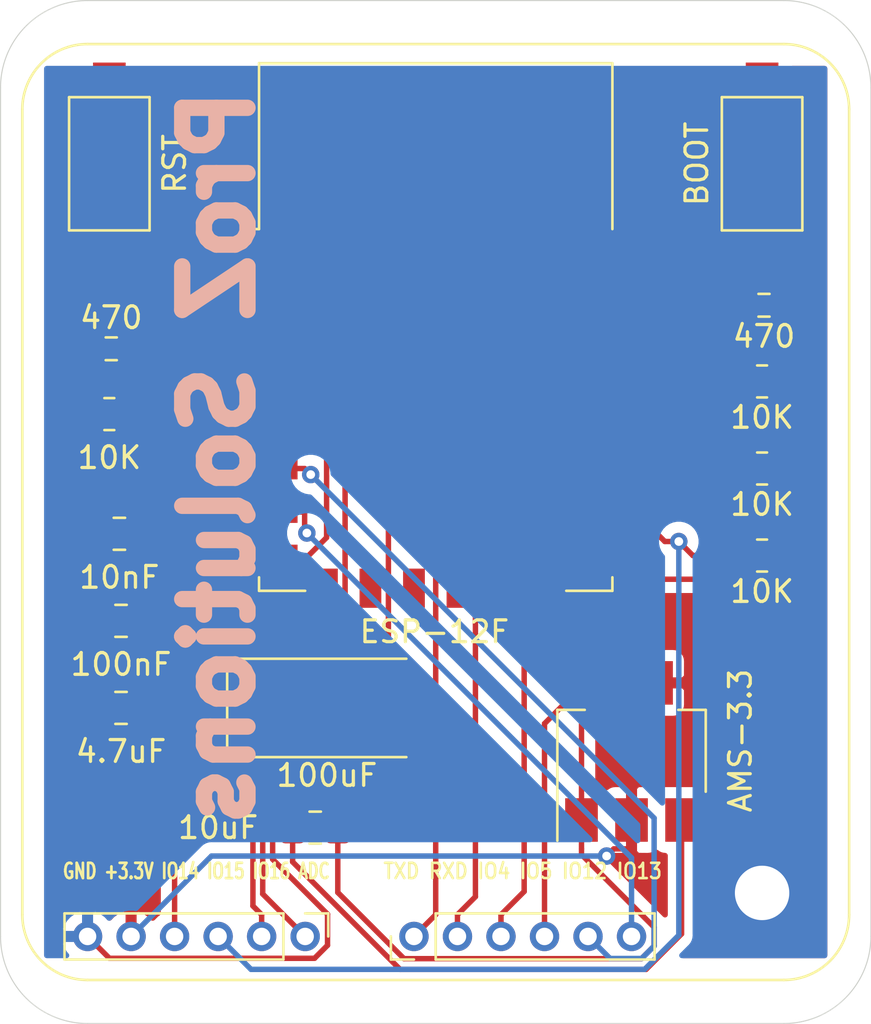
<source format=kicad_pcb>
(kicad_pcb (version 20171130) (host pcbnew "(5.1.10)-1")

  (general
    (thickness 1.6)
    (drawings 27)
    (tracks 157)
    (zones 0)
    (modules 18)
    (nets 25)
  )

  (page A4)
  (layers
    (0 F.Cu signal)
    (31 B.Cu signal)
    (32 B.Adhes user)
    (33 F.Adhes user)
    (34 B.Paste user)
    (35 F.Paste user)
    (36 B.SilkS user)
    (37 F.SilkS user)
    (38 B.Mask user)
    (39 F.Mask user)
    (40 Dwgs.User user)
    (41 Cmts.User user)
    (42 Eco1.User user)
    (43 Eco2.User user)
    (44 Edge.Cuts user)
    (45 Margin user)
    (46 B.CrtYd user)
    (47 F.CrtYd user)
    (48 B.Fab user)
    (49 F.Fab user)
  )

  (setup
    (last_trace_width 0.25)
    (trace_clearance 0.2)
    (zone_clearance 0.508)
    (zone_45_only no)
    (trace_min 0.2)
    (via_size 0.8)
    (via_drill 0.4)
    (via_min_size 0.4)
    (via_min_drill 0.3)
    (uvia_size 0.3)
    (uvia_drill 0.1)
    (uvias_allowed no)
    (uvia_min_size 0.2)
    (uvia_min_drill 0.1)
    (edge_width 0.05)
    (segment_width 0.2)
    (pcb_text_width 0.3)
    (pcb_text_size 1.5 1.5)
    (mod_edge_width 0.12)
    (mod_text_size 1 1)
    (mod_text_width 0.15)
    (pad_size 1.35 1.35)
    (pad_drill 0.8)
    (pad_to_mask_clearance 0)
    (aux_axis_origin 0 0)
    (visible_elements 7FFFFFFF)
    (pcbplotparams
      (layerselection 0x010fc_ffffffff)
      (usegerberextensions false)
      (usegerberattributes true)
      (usegerberadvancedattributes true)
      (creategerberjobfile true)
      (excludeedgelayer true)
      (linewidth 0.100000)
      (plotframeref false)
      (viasonmask false)
      (mode 1)
      (useauxorigin false)
      (hpglpennumber 1)
      (hpglpenspeed 20)
      (hpglpendiameter 15.000000)
      (psnegative false)
      (psa4output false)
      (plotreference true)
      (plotvalue true)
      (plotinvisibletext false)
      (padsonsilk false)
      (subtractmaskfromsilk false)
      (outputformat 1)
      (mirror false)
      (drillshape 1)
      (scaleselection 1)
      (outputdirectory ""))
  )

  (net 0 "")
  (net 1 VIN)
  (net 2 GND)
  (net 3 +3V3)
  (net 4 GPIO15)
  (net 5 GPIO2)
  (net 6 GPIO0)
  (net 7 EN)
  (net 8 "Net-(R5-Pad2)")
  (net 9 nRST)
  (net 10 GPIO13)
  (net 11 GPIO12)
  (net 12 GPIO5)
  (net 13 GPIO4)
  (net 14 RXD)
  (net 15 TXD)
  (net 16 ADC)
  (net 17 GPIO16)
  (net 18 GPIO14)
  (net 19 "Net-(U2-Pad9)")
  (net 20 "Net-(U2-Pad10)")
  (net 21 "Net-(U2-Pad11)")
  (net 22 "Net-(U2-Pad12)")
  (net 23 "Net-(U2-Pad13)")
  (net 24 "Net-(U2-Pad14)")

  (net_class Default "This is the default net class."
    (clearance 0.2)
    (trace_width 0.25)
    (via_dia 0.8)
    (via_drill 0.4)
    (uvia_dia 0.3)
    (uvia_drill 0.1)
    (add_net +3V3)
    (add_net ADC)
    (add_net EN)
    (add_net GND)
    (add_net GPIO0)
    (add_net GPIO12)
    (add_net GPIO13)
    (add_net GPIO14)
    (add_net GPIO15)
    (add_net GPIO16)
    (add_net GPIO2)
    (add_net GPIO4)
    (add_net GPIO5)
    (add_net "Net-(R5-Pad2)")
    (add_net "Net-(U2-Pad10)")
    (add_net "Net-(U2-Pad11)")
    (add_net "Net-(U2-Pad12)")
    (add_net "Net-(U2-Pad13)")
    (add_net "Net-(U2-Pad14)")
    (add_net "Net-(U2-Pad9)")
    (add_net RXD)
    (add_net TXD)
    (add_net VIN)
    (add_net nRST)
  )

  (module MountingHole:MountingHole_2.5mm_Pad (layer F.Cu) (tedit 56D1B4CB) (tstamp 60EA1896)
    (at 208 119)
    (descr "Mounting Hole 2.5mm")
    (tags "mounting hole 2.5mm")
    (attr virtual)
    (fp_text reference REF** (at 0 -3.5) (layer F.Fab)
      (effects (font (size 1 1) (thickness 0.15)))
    )
    (fp_text value MountingHole_2.5mm_Pad (at 3 -7 90) (layer F.Fab) hide
      (effects (font (size 1 1) (thickness 0.15)))
    )
    (fp_text user %R (at 0.3 0) (layer F.Fab)
      (effects (font (size 1 1) (thickness 0.15)))
    )
    (fp_circle (center 0 0) (end 2.5 0) (layer Cmts.User) (width 0.15))
    (fp_circle (center 0 0) (end 2.75 0) (layer F.CrtYd) (width 0.05))
    (pad 1 thru_hole circle (at 0 0) (size 5 5) (drill 2.5) (layers *.Cu *.Mask))
  )

  (module Capacitor_SMD:C_0805_2012Metric_Pad1.18x1.45mm_HandSolder (layer F.Cu) (tedit 5F68FEEF) (tstamp 60BFB3B9)
    (at 187.462 116)
    (descr "Capacitor SMD 0805 (2012 Metric), square (rectangular) end terminal, IPC_7351 nominal with elongated pad for handsoldering. (Body size source: IPC-SM-782 page 76, https://www.pcb-3d.com/wordpress/wp-content/uploads/ipc-sm-782a_amendment_1_and_2.pdf, https://docs.google.com/spreadsheets/d/1BsfQQcO9C6DZCsRaXUlFlo91Tg2WpOkGARC1WS5S8t0/edit?usp=sharing), generated with kicad-footprint-generator")
    (tags "capacitor handsolder")
    (path /60914D3A)
    (attr smd)
    (fp_text reference C1 (at -2.9625 0 90) (layer F.Fab)
      (effects (font (size 1 1) (thickness 0.15)))
    )
    (fp_text value 10uF (at -4.462 0 180) (layer F.SilkS)
      (effects (font (size 1 1) (thickness 0.15)))
    )
    (fp_line (start -1 0.625) (end -1 -0.625) (layer F.Fab) (width 0.1))
    (fp_line (start -1 -0.625) (end 1 -0.625) (layer F.Fab) (width 0.1))
    (fp_line (start 1 -0.625) (end 1 0.625) (layer F.Fab) (width 0.1))
    (fp_line (start 1 0.625) (end -1 0.625) (layer F.Fab) (width 0.1))
    (fp_line (start -0.261252 -0.735) (end 0.261252 -0.735) (layer F.SilkS) (width 0.12))
    (fp_line (start -0.261252 0.735) (end 0.261252 0.735) (layer F.SilkS) (width 0.12))
    (fp_line (start -1.88 0.98) (end -1.88 -0.98) (layer F.CrtYd) (width 0.05))
    (fp_line (start -1.88 -0.98) (end 1.88 -0.98) (layer F.CrtYd) (width 0.05))
    (fp_line (start 1.88 -0.98) (end 1.88 0.98) (layer F.CrtYd) (width 0.05))
    (fp_line (start 1.88 0.98) (end -1.88 0.98) (layer F.CrtYd) (width 0.05))
    (fp_text user %R (at 0 0) (layer F.Fab)
      (effects (font (size 0.5 0.5) (thickness 0.08)))
    )
    (pad 1 smd roundrect (at -1.0375 0) (size 1.175 1.45) (layers F.Cu F.Paste F.Mask) (roundrect_rratio 0.212766)
      (net 1 VIN))
    (pad 2 smd roundrect (at 1.0375 0) (size 1.175 1.45) (layers F.Cu F.Paste F.Mask) (roundrect_rratio 0.212766)
      (net 2 GND))
    (model ${KISYS3DMOD}/Capacitor_SMD.3dshapes/C_0805_2012Metric.wrl
      (at (xyz 0 0 0))
      (scale (xyz 1 1 1))
      (rotate (xyz 0 0 0))
    )
  )

  (module Capacitor_Tantalum_SMD:CP_EIA-7343-15_Kemet-W_Pad2.25x2.55mm_HandSolder (layer F.Cu) (tedit 5EBA9318) (tstamp 60BFB3CC)
    (at 188 110.5)
    (descr "Tantalum Capacitor SMD Kemet-W (7343-15 Metric), IPC_7351 nominal, (Body size from: http://www.kemet.com/Lists/ProductCatalog/Attachments/253/KEM_TC101_STD.pdf), generated with kicad-footprint-generator")
    (tags "capacitor tantalum")
    (path /60BD3932)
    (attr smd)
    (fp_text reference C2 (at -6 0 90) (layer F.Fab)
      (effects (font (size 1 1) (thickness 0.15)))
    )
    (fp_text value 100uF (at 0 3.1) (layer F.SilkS)
      (effects (font (size 1 1) (thickness 0.15)))
    )
    (fp_line (start 3.65 -2.15) (end -2.65 -2.15) (layer F.Fab) (width 0.1))
    (fp_line (start -2.65 -2.15) (end -3.65 -1.15) (layer F.Fab) (width 0.1))
    (fp_line (start -3.65 -1.15) (end -3.65 2.15) (layer F.Fab) (width 0.1))
    (fp_line (start -3.65 2.15) (end 3.65 2.15) (layer F.Fab) (width 0.1))
    (fp_line (start 3.65 2.15) (end 3.65 -2.15) (layer F.Fab) (width 0.1))
    (fp_line (start 3.65 -2.26) (end -4.585 -2.26) (layer F.SilkS) (width 0.12))
    (fp_line (start -4.585 -2.26) (end -4.585 2.26) (layer F.SilkS) (width 0.12))
    (fp_line (start -4.585 2.26) (end 3.65 2.26) (layer F.SilkS) (width 0.12))
    (fp_line (start -4.58 2.4) (end -4.58 -2.4) (layer F.CrtYd) (width 0.05))
    (fp_line (start -4.58 -2.4) (end 4.58 -2.4) (layer F.CrtYd) (width 0.05))
    (fp_line (start 4.58 -2.4) (end 4.58 2.4) (layer F.CrtYd) (width 0.05))
    (fp_line (start 4.58 2.4) (end -4.58 2.4) (layer F.CrtYd) (width 0.05))
    (fp_text user %R (at 0 0) (layer F.Fab)
      (effects (font (size 1 1) (thickness 0.15)))
    )
    (pad 1 smd roundrect (at -3.2 0) (size 2.25 2.55) (layers F.Cu F.Paste F.Mask) (roundrect_rratio 0.111111)
      (net 3 +3V3))
    (pad 2 smd roundrect (at 3.2 0) (size 2.25 2.55) (layers F.Cu F.Paste F.Mask) (roundrect_rratio 0.111111)
      (net 2 GND))
    (model ${KISYS3DMOD}/Capacitor_Tantalum_SMD.3dshapes/CP_EIA-7343-15_Kemet-W.wrl
      (at (xyz 0 0 0))
      (scale (xyz 1 1 1))
      (rotate (xyz 0 0 0))
    )
  )

  (module Capacitor_SMD:C_0805_2012Metric_Pad1.18x1.45mm_HandSolder (layer F.Cu) (tedit 5F68FEEF) (tstamp 60BFB3DD)
    (at 178.538 110.5 180)
    (descr "Capacitor SMD 0805 (2012 Metric), square (rectangular) end terminal, IPC_7351 nominal with elongated pad for handsoldering. (Body size source: IPC-SM-782 page 76, https://www.pcb-3d.com/wordpress/wp-content/uploads/ipc-sm-782a_amendment_1_and_2.pdf, https://docs.google.com/spreadsheets/d/1BsfQQcO9C6DZCsRaXUlFlo91Tg2WpOkGARC1WS5S8t0/edit?usp=sharing), generated with kicad-footprint-generator")
    (tags "capacitor handsolder")
    (path /609154F0)
    (attr smd)
    (fp_text reference C3 (at 3.0375 0 90) (layer F.Fab)
      (effects (font (size 1 1) (thickness 0.15)))
    )
    (fp_text value 4.7uF (at 0 -2 180) (layer F.SilkS)
      (effects (font (size 1 1) (thickness 0.15)))
    )
    (fp_line (start 1.88 0.98) (end -1.88 0.98) (layer F.CrtYd) (width 0.05))
    (fp_line (start 1.88 -0.98) (end 1.88 0.98) (layer F.CrtYd) (width 0.05))
    (fp_line (start -1.88 -0.98) (end 1.88 -0.98) (layer F.CrtYd) (width 0.05))
    (fp_line (start -1.88 0.98) (end -1.88 -0.98) (layer F.CrtYd) (width 0.05))
    (fp_line (start -0.261252 0.735) (end 0.261252 0.735) (layer F.SilkS) (width 0.12))
    (fp_line (start -0.261252 -0.735) (end 0.261252 -0.735) (layer F.SilkS) (width 0.12))
    (fp_line (start 1 0.625) (end -1 0.625) (layer F.Fab) (width 0.1))
    (fp_line (start 1 -0.625) (end 1 0.625) (layer F.Fab) (width 0.1))
    (fp_line (start -1 -0.625) (end 1 -0.625) (layer F.Fab) (width 0.1))
    (fp_line (start -1 0.625) (end -1 -0.625) (layer F.Fab) (width 0.1))
    (fp_text user %R (at 0 0) (layer F.Fab)
      (effects (font (size 0.5 0.5) (thickness 0.08)))
    )
    (pad 2 smd roundrect (at 1.0375 0 180) (size 1.175 1.45) (layers F.Cu F.Paste F.Mask) (roundrect_rratio 0.212766)
      (net 2 GND))
    (pad 1 smd roundrect (at -1.0375 0 180) (size 1.175 1.45) (layers F.Cu F.Paste F.Mask) (roundrect_rratio 0.212766)
      (net 3 +3V3))
    (model ${KISYS3DMOD}/Capacitor_SMD.3dshapes/C_0805_2012Metric.wrl
      (at (xyz 0 0 0))
      (scale (xyz 1 1 1))
      (rotate (xyz 0 0 0))
    )
  )

  (module Capacitor_SMD:C_0805_2012Metric_Pad1.18x1.45mm_HandSolder (layer F.Cu) (tedit 5F68FEEF) (tstamp 60E9D4ED)
    (at 178.538 106.5 180)
    (descr "Capacitor SMD 0805 (2012 Metric), square (rectangular) end terminal, IPC_7351 nominal with elongated pad for handsoldering. (Body size source: IPC-SM-782 page 76, https://www.pcb-3d.com/wordpress/wp-content/uploads/ipc-sm-782a_amendment_1_and_2.pdf, https://docs.google.com/spreadsheets/d/1BsfQQcO9C6DZCsRaXUlFlo91Tg2WpOkGARC1WS5S8t0/edit?usp=sharing), generated with kicad-footprint-generator")
    (tags "capacitor handsolder")
    (path /60BFBC70)
    (attr smd)
    (fp_text reference C4 (at 3 0 90) (layer F.Fab)
      (effects (font (size 1 1) (thickness 0.15)))
    )
    (fp_text value 100nF (at 0 -2) (layer F.SilkS)
      (effects (font (size 1 1) (thickness 0.15)))
    )
    (fp_line (start 1.88 0.98) (end -1.88 0.98) (layer F.CrtYd) (width 0.05))
    (fp_line (start 1.88 -0.98) (end 1.88 0.98) (layer F.CrtYd) (width 0.05))
    (fp_line (start -1.88 -0.98) (end 1.88 -0.98) (layer F.CrtYd) (width 0.05))
    (fp_line (start -1.88 0.98) (end -1.88 -0.98) (layer F.CrtYd) (width 0.05))
    (fp_line (start -0.261252 0.735) (end 0.261252 0.735) (layer F.SilkS) (width 0.12))
    (fp_line (start -0.261252 -0.735) (end 0.261252 -0.735) (layer F.SilkS) (width 0.12))
    (fp_line (start 1 0.625) (end -1 0.625) (layer F.Fab) (width 0.1))
    (fp_line (start 1 -0.625) (end 1 0.625) (layer F.Fab) (width 0.1))
    (fp_line (start -1 -0.625) (end 1 -0.625) (layer F.Fab) (width 0.1))
    (fp_line (start -1 0.625) (end -1 -0.625) (layer F.Fab) (width 0.1))
    (fp_text user %R (at 0 0) (layer F.Fab)
      (effects (font (size 0.5 0.5) (thickness 0.08)))
    )
    (pad 2 smd roundrect (at 1.0375 0 180) (size 1.175 1.45) (layers F.Cu F.Paste F.Mask) (roundrect_rratio 0.212766)
      (net 2 GND))
    (pad 1 smd roundrect (at -1.0375 0 180) (size 1.175 1.45) (layers F.Cu F.Paste F.Mask) (roundrect_rratio 0.212766)
      (net 3 +3V3))
    (model ${KISYS3DMOD}/Capacitor_SMD.3dshapes/C_0805_2012Metric.wrl
      (at (xyz 0 0 0))
      (scale (xyz 1 1 1))
      (rotate (xyz 0 0 0))
    )
  )

  (module Capacitor_SMD:C_0805_2012Metric_Pad1.18x1.45mm_HandSolder (layer F.Cu) (tedit 5F68FEEF) (tstamp 60BFB3FF)
    (at 178.462 102.5 180)
    (descr "Capacitor SMD 0805 (2012 Metric), square (rectangular) end terminal, IPC_7351 nominal with elongated pad for handsoldering. (Body size source: IPC-SM-782 page 76, https://www.pcb-3d.com/wordpress/wp-content/uploads/ipc-sm-782a_amendment_1_and_2.pdf, https://docs.google.com/spreadsheets/d/1BsfQQcO9C6DZCsRaXUlFlo91Tg2WpOkGARC1WS5S8t0/edit?usp=sharing), generated with kicad-footprint-generator")
    (tags "capacitor handsolder")
    (path /60BFC00A)
    (attr smd)
    (fp_text reference C5 (at 2.9625 0 90) (layer F.Fab)
      (effects (font (size 1 1) (thickness 0.15)))
    )
    (fp_text value 10nF (at 0 -2) (layer F.SilkS)
      (effects (font (size 1 1) (thickness 0.15)))
    )
    (fp_line (start -1 0.625) (end -1 -0.625) (layer F.Fab) (width 0.1))
    (fp_line (start -1 -0.625) (end 1 -0.625) (layer F.Fab) (width 0.1))
    (fp_line (start 1 -0.625) (end 1 0.625) (layer F.Fab) (width 0.1))
    (fp_line (start 1 0.625) (end -1 0.625) (layer F.Fab) (width 0.1))
    (fp_line (start -0.261252 -0.735) (end 0.261252 -0.735) (layer F.SilkS) (width 0.12))
    (fp_line (start -0.261252 0.735) (end 0.261252 0.735) (layer F.SilkS) (width 0.12))
    (fp_line (start -1.88 0.98) (end -1.88 -0.98) (layer F.CrtYd) (width 0.05))
    (fp_line (start -1.88 -0.98) (end 1.88 -0.98) (layer F.CrtYd) (width 0.05))
    (fp_line (start 1.88 -0.98) (end 1.88 0.98) (layer F.CrtYd) (width 0.05))
    (fp_line (start 1.88 0.98) (end -1.88 0.98) (layer F.CrtYd) (width 0.05))
    (fp_text user %R (at 0 0) (layer F.Fab)
      (effects (font (size 0.5 0.5) (thickness 0.08)))
    )
    (pad 1 smd roundrect (at -1.0375 0 180) (size 1.175 1.45) (layers F.Cu F.Paste F.Mask) (roundrect_rratio 0.212766)
      (net 3 +3V3))
    (pad 2 smd roundrect (at 1.0375 0 180) (size 1.175 1.45) (layers F.Cu F.Paste F.Mask) (roundrect_rratio 0.212766)
      (net 2 GND))
    (model ${KISYS3DMOD}/Capacitor_SMD.3dshapes/C_0805_2012Metric.wrl
      (at (xyz 0 0 0))
      (scale (xyz 1 1 1))
      (rotate (xyz 0 0 0))
    )
  )

  (module Resistor_SMD:R_0805_2012Metric_Pad1.20x1.40mm_HandSolder (layer F.Cu) (tedit 5F68FEEE) (tstamp 60BFB410)
    (at 208 103.5)
    (descr "Resistor SMD 0805 (2012 Metric), square (rectangular) end terminal, IPC_7351 nominal with elongated pad for handsoldering. (Body size source: IPC-SM-782 page 72, https://www.pcb-3d.com/wordpress/wp-content/uploads/ipc-sm-782a_amendment_1_and_2.pdf), generated with kicad-footprint-generator")
    (tags "resistor handsolder")
    (path /60BCE5F9)
    (attr smd)
    (fp_text reference R1 (at -3 0 90) (layer F.Fab)
      (effects (font (size 1 1) (thickness 0.15)))
    )
    (fp_text value 10K (at 0 1.65) (layer F.SilkS)
      (effects (font (size 1 1) (thickness 0.15)))
    )
    (fp_line (start -1 0.625) (end -1 -0.625) (layer F.Fab) (width 0.1))
    (fp_line (start -1 -0.625) (end 1 -0.625) (layer F.Fab) (width 0.1))
    (fp_line (start 1 -0.625) (end 1 0.625) (layer F.Fab) (width 0.1))
    (fp_line (start 1 0.625) (end -1 0.625) (layer F.Fab) (width 0.1))
    (fp_line (start -0.227064 -0.735) (end 0.227064 -0.735) (layer F.SilkS) (width 0.12))
    (fp_line (start -0.227064 0.735) (end 0.227064 0.735) (layer F.SilkS) (width 0.12))
    (fp_line (start -1.85 0.95) (end -1.85 -0.95) (layer F.CrtYd) (width 0.05))
    (fp_line (start -1.85 -0.95) (end 1.85 -0.95) (layer F.CrtYd) (width 0.05))
    (fp_line (start 1.85 -0.95) (end 1.85 0.95) (layer F.CrtYd) (width 0.05))
    (fp_line (start 1.85 0.95) (end -1.85 0.95) (layer F.CrtYd) (width 0.05))
    (fp_text user %R (at 0 0) (layer F.Fab)
      (effects (font (size 0.5 0.5) (thickness 0.08)))
    )
    (pad 1 smd roundrect (at -1 0) (size 1.2 1.4) (layers F.Cu F.Paste F.Mask) (roundrect_rratio 0.208333)
      (net 4 GPIO15))
    (pad 2 smd roundrect (at 1 0) (size 1.2 1.4) (layers F.Cu F.Paste F.Mask) (roundrect_rratio 0.208333)
      (net 2 GND))
    (model ${KISYS3DMOD}/Resistor_SMD.3dshapes/R_0805_2012Metric.wrl
      (at (xyz 0 0 0))
      (scale (xyz 1 1 1))
      (rotate (xyz 0 0 0))
    )
  )

  (module Resistor_SMD:R_0805_2012Metric_Pad1.20x1.40mm_HandSolder (layer F.Cu) (tedit 5F68FEEE) (tstamp 60BFB421)
    (at 208 99.5)
    (descr "Resistor SMD 0805 (2012 Metric), square (rectangular) end terminal, IPC_7351 nominal with elongated pad for handsoldering. (Body size source: IPC-SM-782 page 72, https://www.pcb-3d.com/wordpress/wp-content/uploads/ipc-sm-782a_amendment_1_and_2.pdf), generated with kicad-footprint-generator")
    (tags "resistor handsolder")
    (path /60BC8D75)
    (attr smd)
    (fp_text reference R2 (at -3 0 90) (layer F.Fab)
      (effects (font (size 1 1) (thickness 0.15)))
    )
    (fp_text value 10K (at 0 1.65) (layer F.SilkS)
      (effects (font (size 1 1) (thickness 0.15)))
    )
    (fp_line (start -1 0.625) (end -1 -0.625) (layer F.Fab) (width 0.1))
    (fp_line (start -1 -0.625) (end 1 -0.625) (layer F.Fab) (width 0.1))
    (fp_line (start 1 -0.625) (end 1 0.625) (layer F.Fab) (width 0.1))
    (fp_line (start 1 0.625) (end -1 0.625) (layer F.Fab) (width 0.1))
    (fp_line (start -0.227064 -0.735) (end 0.227064 -0.735) (layer F.SilkS) (width 0.12))
    (fp_line (start -0.227064 0.735) (end 0.227064 0.735) (layer F.SilkS) (width 0.12))
    (fp_line (start -1.85 0.95) (end -1.85 -0.95) (layer F.CrtYd) (width 0.05))
    (fp_line (start -1.85 -0.95) (end 1.85 -0.95) (layer F.CrtYd) (width 0.05))
    (fp_line (start 1.85 -0.95) (end 1.85 0.95) (layer F.CrtYd) (width 0.05))
    (fp_line (start 1.85 0.95) (end -1.85 0.95) (layer F.CrtYd) (width 0.05))
    (fp_text user %R (at 0 0) (layer F.Fab)
      (effects (font (size 0.5 0.5) (thickness 0.08)))
    )
    (pad 1 smd roundrect (at -1 0) (size 1.2 1.4) (layers F.Cu F.Paste F.Mask) (roundrect_rratio 0.208333)
      (net 5 GPIO2))
    (pad 2 smd roundrect (at 1 0) (size 1.2 1.4) (layers F.Cu F.Paste F.Mask) (roundrect_rratio 0.208333)
      (net 3 +3V3))
    (model ${KISYS3DMOD}/Resistor_SMD.3dshapes/R_0805_2012Metric.wrl
      (at (xyz 0 0 0))
      (scale (xyz 1 1 1))
      (rotate (xyz 0 0 0))
    )
  )

  (module Resistor_SMD:R_0805_2012Metric_Pad1.20x1.40mm_HandSolder (layer F.Cu) (tedit 5F68FEEE) (tstamp 60BFB432)
    (at 208 95.5)
    (descr "Resistor SMD 0805 (2012 Metric), square (rectangular) end terminal, IPC_7351 nominal with elongated pad for handsoldering. (Body size source: IPC-SM-782 page 72, https://www.pcb-3d.com/wordpress/wp-content/uploads/ipc-sm-782a_amendment_1_and_2.pdf), generated with kicad-footprint-generator")
    (tags "resistor handsolder")
    (path /60BC8971)
    (attr smd)
    (fp_text reference R3 (at -3 0 90) (layer F.Fab)
      (effects (font (size 1 1) (thickness 0.15)))
    )
    (fp_text value 10K (at 0 1.65) (layer F.SilkS)
      (effects (font (size 1 1) (thickness 0.15)))
    )
    (fp_line (start 1.85 0.95) (end -1.85 0.95) (layer F.CrtYd) (width 0.05))
    (fp_line (start 1.85 -0.95) (end 1.85 0.95) (layer F.CrtYd) (width 0.05))
    (fp_line (start -1.85 -0.95) (end 1.85 -0.95) (layer F.CrtYd) (width 0.05))
    (fp_line (start -1.85 0.95) (end -1.85 -0.95) (layer F.CrtYd) (width 0.05))
    (fp_line (start -0.227064 0.735) (end 0.227064 0.735) (layer F.SilkS) (width 0.12))
    (fp_line (start -0.227064 -0.735) (end 0.227064 -0.735) (layer F.SilkS) (width 0.12))
    (fp_line (start 1 0.625) (end -1 0.625) (layer F.Fab) (width 0.1))
    (fp_line (start 1 -0.625) (end 1 0.625) (layer F.Fab) (width 0.1))
    (fp_line (start -1 -0.625) (end 1 -0.625) (layer F.Fab) (width 0.1))
    (fp_line (start -1 0.625) (end -1 -0.625) (layer F.Fab) (width 0.1))
    (fp_text user %R (at 0 0) (layer F.Fab)
      (effects (font (size 0.5 0.5) (thickness 0.08)))
    )
    (pad 2 smd roundrect (at 1 0) (size 1.2 1.4) (layers F.Cu F.Paste F.Mask) (roundrect_rratio 0.208333)
      (net 3 +3V3))
    (pad 1 smd roundrect (at -1 0) (size 1.2 1.4) (layers F.Cu F.Paste F.Mask) (roundrect_rratio 0.208333)
      (net 6 GPIO0))
    (model ${KISYS3DMOD}/Resistor_SMD.3dshapes/R_0805_2012Metric.wrl
      (at (xyz 0 0 0))
      (scale (xyz 1 1 1))
      (rotate (xyz 0 0 0))
    )
  )

  (module Resistor_SMD:R_0805_2012Metric_Pad1.20x1.40mm_HandSolder (layer F.Cu) (tedit 5F68FEEE) (tstamp 60E9CF10)
    (at 178 97 180)
    (descr "Resistor SMD 0805 (2012 Metric), square (rectangular) end terminal, IPC_7351 nominal with elongated pad for handsoldering. (Body size source: IPC-SM-782 page 72, https://www.pcb-3d.com/wordpress/wp-content/uploads/ipc-sm-782a_amendment_1_and_2.pdf), generated with kicad-footprint-generator")
    (tags "resistor handsolder")
    (path /60BC8FFE)
    (attr smd)
    (fp_text reference R4 (at 3 0 90) (layer F.Fab)
      (effects (font (size 1 1) (thickness 0.15)))
    )
    (fp_text value 10K (at 0 -2) (layer F.SilkS)
      (effects (font (size 1 1) (thickness 0.15)))
    )
    (fp_line (start 1.85 0.95) (end -1.85 0.95) (layer F.CrtYd) (width 0.05))
    (fp_line (start 1.85 -0.95) (end 1.85 0.95) (layer F.CrtYd) (width 0.05))
    (fp_line (start -1.85 -0.95) (end 1.85 -0.95) (layer F.CrtYd) (width 0.05))
    (fp_line (start -1.85 0.95) (end -1.85 -0.95) (layer F.CrtYd) (width 0.05))
    (fp_line (start -0.227064 0.735) (end 0.227064 0.735) (layer F.SilkS) (width 0.12))
    (fp_line (start -0.227064 -0.735) (end 0.227064 -0.735) (layer F.SilkS) (width 0.12))
    (fp_line (start 1 0.625) (end -1 0.625) (layer F.Fab) (width 0.1))
    (fp_line (start 1 -0.625) (end 1 0.625) (layer F.Fab) (width 0.1))
    (fp_line (start -1 -0.625) (end 1 -0.625) (layer F.Fab) (width 0.1))
    (fp_line (start -1 0.625) (end -1 -0.625) (layer F.Fab) (width 0.1))
    (fp_text user %R (at 0 0) (layer F.Fab)
      (effects (font (size 0.5 0.5) (thickness 0.08)))
    )
    (pad 2 smd roundrect (at 1 0 180) (size 1.2 1.4) (layers F.Cu F.Paste F.Mask) (roundrect_rratio 0.208333)
      (net 3 +3V3))
    (pad 1 smd roundrect (at -1 0 180) (size 1.2 1.4) (layers F.Cu F.Paste F.Mask) (roundrect_rratio 0.208333)
      (net 7 EN))
    (model ${KISYS3DMOD}/Resistor_SMD.3dshapes/R_0805_2012Metric.wrl
      (at (xyz 0 0 0))
      (scale (xyz 1 1 1))
      (rotate (xyz 0 0 0))
    )
  )

  (module Resistor_SMD:R_0603_1608Metric_Pad0.98x0.95mm_HandSolder (layer F.Cu) (tedit 5F68FEEE) (tstamp 60E9C7F7)
    (at 208.088 92)
    (descr "Resistor SMD 0603 (1608 Metric), square (rectangular) end terminal, IPC_7351 nominal with elongated pad for handsoldering. (Body size source: IPC-SM-782 page 72, https://www.pcb-3d.com/wordpress/wp-content/uploads/ipc-sm-782a_amendment_1_and_2.pdf), generated with kicad-footprint-generator")
    (tags "resistor handsolder")
    (path /60BDC676)
    (attr smd)
    (fp_text reference R5 (at -2.5875 0 90) (layer F.Fab)
      (effects (font (size 1 1) (thickness 0.15)))
    )
    (fp_text value 470 (at 0 1.43) (layer F.SilkS)
      (effects (font (size 1 1) (thickness 0.15)))
    )
    (fp_line (start 1.65 0.73) (end -1.65 0.73) (layer F.CrtYd) (width 0.05))
    (fp_line (start 1.65 -0.73) (end 1.65 0.73) (layer F.CrtYd) (width 0.05))
    (fp_line (start -1.65 -0.73) (end 1.65 -0.73) (layer F.CrtYd) (width 0.05))
    (fp_line (start -1.65 0.73) (end -1.65 -0.73) (layer F.CrtYd) (width 0.05))
    (fp_line (start -0.254724 0.5225) (end 0.254724 0.5225) (layer F.SilkS) (width 0.12))
    (fp_line (start -0.254724 -0.5225) (end 0.254724 -0.5225) (layer F.SilkS) (width 0.12))
    (fp_line (start 0.8 0.4125) (end -0.8 0.4125) (layer F.Fab) (width 0.1))
    (fp_line (start 0.8 -0.4125) (end 0.8 0.4125) (layer F.Fab) (width 0.1))
    (fp_line (start -0.8 -0.4125) (end 0.8 -0.4125) (layer F.Fab) (width 0.1))
    (fp_line (start -0.8 0.4125) (end -0.8 -0.4125) (layer F.Fab) (width 0.1))
    (fp_text user %R (at 0 0) (layer F.Fab)
      (effects (font (size 0.4 0.4) (thickness 0.06)))
    )
    (pad 2 smd roundrect (at 0.9125 0) (size 0.975 0.95) (layers F.Cu F.Paste F.Mask) (roundrect_rratio 0.25)
      (net 8 "Net-(R5-Pad2)"))
    (pad 1 smd roundrect (at -0.9125 0) (size 0.975 0.95) (layers F.Cu F.Paste F.Mask) (roundrect_rratio 0.25)
      (net 6 GPIO0))
    (model ${KISYS3DMOD}/Resistor_SMD.3dshapes/R_0603_1608Metric.wrl
      (at (xyz 0 0 0))
      (scale (xyz 1 1 1))
      (rotate (xyz 0 0 0))
    )
  )

  (module Resistor_SMD:R_0603_1608Metric_Pad0.98x0.95mm_HandSolder (layer F.Cu) (tedit 5F68FEEE) (tstamp 60E9C774)
    (at 178.088 94 180)
    (descr "Resistor SMD 0603 (1608 Metric), square (rectangular) end terminal, IPC_7351 nominal with elongated pad for handsoldering. (Body size source: IPC-SM-782 page 72, https://www.pcb-3d.com/wordpress/wp-content/uploads/ipc-sm-782a_amendment_1_and_2.pdf), generated with kicad-footprint-generator")
    (tags "resistor handsolder")
    (path /60BD99F9)
    (attr smd)
    (fp_text reference R6 (at 2.9125 0 90) (layer F.Fab)
      (effects (font (size 1 1) (thickness 0.15)))
    )
    (fp_text value 470 (at 0 1.43) (layer F.SilkS)
      (effects (font (size 1 1) (thickness 0.15)))
    )
    (fp_line (start -0.8 0.4125) (end -0.8 -0.4125) (layer F.Fab) (width 0.1))
    (fp_line (start -0.8 -0.4125) (end 0.8 -0.4125) (layer F.Fab) (width 0.1))
    (fp_line (start 0.8 -0.4125) (end 0.8 0.4125) (layer F.Fab) (width 0.1))
    (fp_line (start 0.8 0.4125) (end -0.8 0.4125) (layer F.Fab) (width 0.1))
    (fp_line (start -0.254724 -0.5225) (end 0.254724 -0.5225) (layer F.SilkS) (width 0.12))
    (fp_line (start -0.254724 0.5225) (end 0.254724 0.5225) (layer F.SilkS) (width 0.12))
    (fp_line (start -1.65 0.73) (end -1.65 -0.73) (layer F.CrtYd) (width 0.05))
    (fp_line (start -1.65 -0.73) (end 1.65 -0.73) (layer F.CrtYd) (width 0.05))
    (fp_line (start 1.65 -0.73) (end 1.65 0.73) (layer F.CrtYd) (width 0.05))
    (fp_line (start 1.65 0.73) (end -1.65 0.73) (layer F.CrtYd) (width 0.05))
    (fp_text user %R (at 0 0) (layer F.Fab)
      (effects (font (size 0.4 0.4) (thickness 0.06)))
    )
    (pad 1 smd roundrect (at -0.9125 0 180) (size 0.975 0.95) (layers F.Cu F.Paste F.Mask) (roundrect_rratio 0.25)
      (net 3 +3V3))
    (pad 2 smd roundrect (at 0.9125 0 180) (size 0.975 0.95) (layers F.Cu F.Paste F.Mask) (roundrect_rratio 0.25)
      (net 9 nRST))
    (model ${KISYS3DMOD}/Resistor_SMD.3dshapes/R_0603_1608Metric.wrl
      (at (xyz 0 0 0))
      (scale (xyz 1 1 1))
      (rotate (xyz 0 0 0))
    )
  )

  (module Button_Switch_SMD:SW_SPST_CK_RS282G05A3 (layer F.Cu) (tedit 5A7A67D2) (tstamp 60BFB480)
    (at 208 85.5 90)
    (descr https://www.mouser.com/ds/2/60/RS-282G05A-SM_RT-1159762.pdf)
    (tags "SPST button tactile switch")
    (path /60BDC48A)
    (attr smd)
    (fp_text reference SW1 (at 0 -2.6 90) (layer F.Fab)
      (effects (font (size 1 1) (thickness 0.15)))
    )
    (fp_text value BOOT (at 0 -3 90) (layer F.SilkS)
      (effects (font (size 1 1) (thickness 0.15)))
    )
    (fp_line (start 3 -1.8) (end 3 1.8) (layer F.Fab) (width 0.1))
    (fp_line (start -3 -1.8) (end -3 1.8) (layer F.Fab) (width 0.1))
    (fp_line (start -3 -1.8) (end 3 -1.8) (layer F.Fab) (width 0.1))
    (fp_line (start -3 1.8) (end 3 1.8) (layer F.Fab) (width 0.1))
    (fp_line (start -1.5 -0.8) (end -1.5 0.8) (layer F.Fab) (width 0.1))
    (fp_line (start 1.5 -0.8) (end 1.5 0.8) (layer F.Fab) (width 0.1))
    (fp_line (start -1.5 -0.8) (end 1.5 -0.8) (layer F.Fab) (width 0.1))
    (fp_line (start -1.5 0.8) (end 1.5 0.8) (layer F.Fab) (width 0.1))
    (fp_line (start -3.06 1.85) (end -3.06 -1.85) (layer F.SilkS) (width 0.12))
    (fp_line (start 3.06 1.85) (end -3.06 1.85) (layer F.SilkS) (width 0.12))
    (fp_line (start 3.06 -1.85) (end 3.06 1.85) (layer F.SilkS) (width 0.12))
    (fp_line (start -3.06 -1.85) (end 3.06 -1.85) (layer F.SilkS) (width 0.12))
    (fp_line (start -1.75 1) (end -1.75 -1) (layer F.Fab) (width 0.1))
    (fp_line (start 1.75 1) (end -1.75 1) (layer F.Fab) (width 0.1))
    (fp_line (start 1.75 -1) (end 1.75 1) (layer F.Fab) (width 0.1))
    (fp_line (start -1.75 -1) (end 1.75 -1) (layer F.Fab) (width 0.1))
    (fp_line (start -4.9 -2.05) (end 4.9 -2.05) (layer F.CrtYd) (width 0.05))
    (fp_line (start 4.9 -2.05) (end 4.9 2.05) (layer F.CrtYd) (width 0.05))
    (fp_line (start 4.9 2.05) (end -4.9 2.05) (layer F.CrtYd) (width 0.05))
    (fp_line (start -4.9 2.05) (end -4.9 -2.05) (layer F.CrtYd) (width 0.05))
    (fp_text user %R (at 0 -2.6 90) (layer F.Fab)
      (effects (font (size 1 1) (thickness 0.15)))
    )
    (pad 2 smd rect (at 3.9 0 90) (size 1.5 1.5) (layers F.Cu F.Paste F.Mask)
      (net 2 GND))
    (pad 1 smd rect (at -3.9 0 90) (size 1.5 1.5) (layers F.Cu F.Paste F.Mask)
      (net 8 "Net-(R5-Pad2)"))
    (model ${KISYS3DMOD}/Button_Switch_SMD.3dshapes/SW_SPST_CK_RS282G05A3.wrl
      (at (xyz 0 0 0))
      (scale (xyz 1 1 1))
      (rotate (xyz 0 0 0))
    )
  )

  (module Button_Switch_SMD:SW_SPST_CK_RS282G05A3 (layer F.Cu) (tedit 5A7A67D2) (tstamp 60E9C5B2)
    (at 178 85.5 90)
    (descr https://www.mouser.com/ds/2/60/RS-282G05A-SM_RT-1159762.pdf)
    (tags "SPST button tactile switch")
    (path /60BD92A7)
    (attr smd)
    (fp_text reference SW2 (at 0 -2.6 90) (layer F.Fab)
      (effects (font (size 1 1) (thickness 0.15)))
    )
    (fp_text value RST (at 0 3 90) (layer F.SilkS)
      (effects (font (size 1 1) (thickness 0.15)))
    )
    (fp_line (start -4.9 2.05) (end -4.9 -2.05) (layer F.CrtYd) (width 0.05))
    (fp_line (start 4.9 2.05) (end -4.9 2.05) (layer F.CrtYd) (width 0.05))
    (fp_line (start 4.9 -2.05) (end 4.9 2.05) (layer F.CrtYd) (width 0.05))
    (fp_line (start -4.9 -2.05) (end 4.9 -2.05) (layer F.CrtYd) (width 0.05))
    (fp_line (start -1.75 -1) (end 1.75 -1) (layer F.Fab) (width 0.1))
    (fp_line (start 1.75 -1) (end 1.75 1) (layer F.Fab) (width 0.1))
    (fp_line (start 1.75 1) (end -1.75 1) (layer F.Fab) (width 0.1))
    (fp_line (start -1.75 1) (end -1.75 -1) (layer F.Fab) (width 0.1))
    (fp_line (start -3.06 -1.85) (end 3.06 -1.85) (layer F.SilkS) (width 0.12))
    (fp_line (start 3.06 -1.85) (end 3.06 1.85) (layer F.SilkS) (width 0.12))
    (fp_line (start 3.06 1.85) (end -3.06 1.85) (layer F.SilkS) (width 0.12))
    (fp_line (start -3.06 1.85) (end -3.06 -1.85) (layer F.SilkS) (width 0.12))
    (fp_line (start -1.5 0.8) (end 1.5 0.8) (layer F.Fab) (width 0.1))
    (fp_line (start -1.5 -0.8) (end 1.5 -0.8) (layer F.Fab) (width 0.1))
    (fp_line (start 1.5 -0.8) (end 1.5 0.8) (layer F.Fab) (width 0.1))
    (fp_line (start -1.5 -0.8) (end -1.5 0.8) (layer F.Fab) (width 0.1))
    (fp_line (start -3 1.8) (end 3 1.8) (layer F.Fab) (width 0.1))
    (fp_line (start -3 -1.8) (end 3 -1.8) (layer F.Fab) (width 0.1))
    (fp_line (start -3 -1.8) (end -3 1.8) (layer F.Fab) (width 0.1))
    (fp_line (start 3 -1.8) (end 3 1.8) (layer F.Fab) (width 0.1))
    (fp_text user %R (at 0 -2.6 90) (layer F.Fab)
      (effects (font (size 1 1) (thickness 0.15)))
    )
    (pad 1 smd rect (at -3.9 0 90) (size 1.5 1.5) (layers F.Cu F.Paste F.Mask)
      (net 9 nRST))
    (pad 2 smd rect (at 3.9 0 90) (size 1.5 1.5) (layers F.Cu F.Paste F.Mask)
      (net 2 GND))
    (model ${KISYS3DMOD}/Button_Switch_SMD.3dshapes/SW_SPST_CK_RS282G05A3.wrl
      (at (xyz 0 0 0))
      (scale (xyz 1 1 1))
      (rotate (xyz 0 0 0))
    )
  )

  (module Package_TO_SOT_SMD:SOT-223-3_TabPin2 (layer F.Cu) (tedit 5A02FF57) (tstamp 60EA2054)
    (at 202 112.5 90)
    (descr "module CMS SOT223 4 pins")
    (tags "CMS SOT")
    (path /60919A56)
    (attr smd)
    (fp_text reference U1 (at 0 -4.5 90) (layer F.Fab)
      (effects (font (size 1 1) (thickness 0.15)))
    )
    (fp_text value AMS-3.3 (at 0.5 5 270) (layer F.SilkS)
      (effects (font (size 1 1) (thickness 0.15)))
    )
    (fp_line (start 1.91 3.41) (end 1.91 2.15) (layer F.SilkS) (width 0.12))
    (fp_line (start 1.91 -3.41) (end 1.91 -2.15) (layer F.SilkS) (width 0.12))
    (fp_line (start 4.4 -3.6) (end -4.4 -3.6) (layer F.CrtYd) (width 0.05))
    (fp_line (start 4.4 3.6) (end 4.4 -3.6) (layer F.CrtYd) (width 0.05))
    (fp_line (start -4.4 3.6) (end 4.4 3.6) (layer F.CrtYd) (width 0.05))
    (fp_line (start -4.4 -3.6) (end -4.4 3.6) (layer F.CrtYd) (width 0.05))
    (fp_line (start -1.85 -2.35) (end -0.85 -3.35) (layer F.Fab) (width 0.1))
    (fp_line (start -1.85 -2.35) (end -1.85 3.35) (layer F.Fab) (width 0.1))
    (fp_line (start -1.85 3.41) (end 1.91 3.41) (layer F.SilkS) (width 0.12))
    (fp_line (start -0.85 -3.35) (end 1.85 -3.35) (layer F.Fab) (width 0.1))
    (fp_line (start -4.1 -3.41) (end 1.91 -3.41) (layer F.SilkS) (width 0.12))
    (fp_line (start -1.85 3.35) (end 1.85 3.35) (layer F.Fab) (width 0.1))
    (fp_line (start 1.85 -3.35) (end 1.85 3.35) (layer F.Fab) (width 0.1))
    (fp_text user %R (at 0 0) (layer F.Fab)
      (effects (font (size 0.8 0.8) (thickness 0.12)))
    )
    (pad 2 smd rect (at 3.15 0 90) (size 2 3.8) (layers F.Cu F.Paste F.Mask)
      (net 3 +3V3))
    (pad 2 smd rect (at -3.15 0 90) (size 2 1.5) (layers F.Cu F.Paste F.Mask)
      (net 3 +3V3))
    (pad 3 smd rect (at -3.15 2.3 90) (size 2 1.5) (layers F.Cu F.Paste F.Mask)
      (net 1 VIN))
    (pad 1 smd rect (at -3.15 -2.3 90) (size 2 1.5) (layers F.Cu F.Paste F.Mask)
      (net 2 GND))
    (model ${KISYS3DMOD}/Package_TO_SOT_SMD.3dshapes/SOT-223.wrl
      (at (xyz 0 0 0))
      (scale (xyz 1 1 1))
      (rotate (xyz 0 0 0))
    )
  )

  (module RF_Module:ESP-12E (layer F.Cu) (tedit 5A030172) (tstamp 60BFB4EC)
    (at 193 93)
    (descr "Wi-Fi Module, http://wiki.ai-thinker.com/_media/esp8266/docs/aithinker_esp_12f_datasheet_en.pdf")
    (tags "Wi-Fi Module")
    (path /6091345E)
    (attr smd)
    (fp_text reference U2 (at 0 2.5) (layer F.Fab)
      (effects (font (size 1 1) (thickness 0.15)))
    )
    (fp_text value ESP-12F (at -0.06 14) (layer F.SilkS)
      (effects (font (size 1 1) (thickness 0.15)))
    )
    (fp_line (start -8 -12) (end 8 -12) (layer F.Fab) (width 0.12))
    (fp_line (start 8 -12) (end 8 12) (layer F.Fab) (width 0.12))
    (fp_line (start 8 12) (end -8 12) (layer F.Fab) (width 0.12))
    (fp_line (start -8 12) (end -8 -3) (layer F.Fab) (width 0.12))
    (fp_line (start -8 -3) (end -7.5 -3.5) (layer F.Fab) (width 0.12))
    (fp_line (start -7.5 -3.5) (end -8 -4) (layer F.Fab) (width 0.12))
    (fp_line (start -8 -4) (end -8 -12) (layer F.Fab) (width 0.12))
    (fp_line (start -9.05 -12.2) (end 9.05 -12.2) (layer F.CrtYd) (width 0.05))
    (fp_line (start 9.05 -12.2) (end 9.05 13.1) (layer F.CrtYd) (width 0.05))
    (fp_line (start 9.05 13.1) (end -9.05 13.1) (layer F.CrtYd) (width 0.05))
    (fp_line (start -9.05 13.1) (end -9.05 -12.2) (layer F.CrtYd) (width 0.05))
    (fp_line (start -8.12 -12.12) (end 8.12 -12.12) (layer F.SilkS) (width 0.12))
    (fp_line (start 8.12 -12.12) (end 8.12 -4.5) (layer F.SilkS) (width 0.12))
    (fp_line (start 8.12 11.5) (end 8.12 12.12) (layer F.SilkS) (width 0.12))
    (fp_line (start 8.12 12.12) (end 6 12.12) (layer F.SilkS) (width 0.12))
    (fp_line (start -6 12.12) (end -8.12 12.12) (layer F.SilkS) (width 0.12))
    (fp_line (start -8.12 12.12) (end -8.12 11.5) (layer F.SilkS) (width 0.12))
    (fp_line (start -8.12 -4.5) (end -8.12 -12.12) (layer F.SilkS) (width 0.12))
    (fp_line (start -8.12 -4.5) (end -8.73 -4.5) (layer F.SilkS) (width 0.12))
    (fp_line (start -8.12 -12.12) (end 8.12 -12.12) (layer Dwgs.User) (width 0.12))
    (fp_line (start 8.12 -12.12) (end 8.12 -4.8) (layer Dwgs.User) (width 0.12))
    (fp_line (start 8.12 -4.8) (end -8.12 -4.8) (layer Dwgs.User) (width 0.12))
    (fp_line (start -8.12 -4.8) (end -8.12 -12.12) (layer Dwgs.User) (width 0.12))
    (fp_line (start -8.12 -9.12) (end -5.12 -12.12) (layer Dwgs.User) (width 0.12))
    (fp_line (start -8.12 -6.12) (end -2.12 -12.12) (layer Dwgs.User) (width 0.12))
    (fp_line (start -6.44 -4.8) (end 0.88 -12.12) (layer Dwgs.User) (width 0.12))
    (fp_line (start -3.44 -4.8) (end 3.88 -12.12) (layer Dwgs.User) (width 0.12))
    (fp_line (start -0.44 -4.8) (end 6.88 -12.12) (layer Dwgs.User) (width 0.12))
    (fp_line (start 2.56 -4.8) (end 8.12 -10.36) (layer Dwgs.User) (width 0.12))
    (fp_line (start 5.56 -4.8) (end 8.12 -7.36) (layer Dwgs.User) (width 0.12))
    (fp_text user Antenna (at -0.06 -7 180) (layer Cmts.User)
      (effects (font (size 1 1) (thickness 0.15)))
    )
    (fp_text user "KEEP-OUT ZONE" (at 0.03 -9.55 180) (layer Cmts.User)
      (effects (font (size 1 1) (thickness 0.15)))
    )
    (fp_text user %R (at 0 -2) (layer F.Fab)
      (effects (font (size 1 1) (thickness 0.15)))
    )
    (pad 1 smd rect (at -7.6 -3.5) (size 2.5 1) (layers F.Cu F.Paste F.Mask)
      (net 9 nRST))
    (pad 2 smd rect (at -7.6 -1.5) (size 2.5 1) (layers F.Cu F.Paste F.Mask)
      (net 16 ADC))
    (pad 3 smd rect (at -7.6 0.5) (size 2.5 1) (layers F.Cu F.Paste F.Mask)
      (net 7 EN))
    (pad 4 smd rect (at -7.6 2.5) (size 2.5 1) (layers F.Cu F.Paste F.Mask)
      (net 17 GPIO16))
    (pad 5 smd rect (at -7.6 4.5) (size 2.5 1) (layers F.Cu F.Paste F.Mask)
      (net 18 GPIO14))
    (pad 6 smd rect (at -7.6 6.5) (size 2.5 1) (layers F.Cu F.Paste F.Mask)
      (net 11 GPIO12))
    (pad 7 smd rect (at -7.6 8.5) (size 2.5 1) (layers F.Cu F.Paste F.Mask)
      (net 10 GPIO13))
    (pad 8 smd rect (at -7.6 10.5) (size 2.5 1) (layers F.Cu F.Paste F.Mask)
      (net 3 +3V3))
    (pad 9 smd rect (at -5 12) (size 1 1.8) (layers F.Cu F.Paste F.Mask)
      (net 19 "Net-(U2-Pad9)"))
    (pad 10 smd rect (at -3 12) (size 1 1.8) (layers F.Cu F.Paste F.Mask)
      (net 20 "Net-(U2-Pad10)"))
    (pad 11 smd rect (at -1 12) (size 1 1.8) (layers F.Cu F.Paste F.Mask)
      (net 21 "Net-(U2-Pad11)"))
    (pad 12 smd rect (at 1 12) (size 1 1.8) (layers F.Cu F.Paste F.Mask)
      (net 22 "Net-(U2-Pad12)"))
    (pad 13 smd rect (at 3 12) (size 1 1.8) (layers F.Cu F.Paste F.Mask)
      (net 23 "Net-(U2-Pad13)"))
    (pad 14 smd rect (at 5 12) (size 1 1.8) (layers F.Cu F.Paste F.Mask)
      (net 24 "Net-(U2-Pad14)"))
    (pad 15 smd rect (at 7.6 10.5) (size 2.5 1) (layers F.Cu F.Paste F.Mask)
      (net 2 GND))
    (pad 16 smd rect (at 7.6 8.5) (size 2.5 1) (layers F.Cu F.Paste F.Mask)
      (net 4 GPIO15))
    (pad 17 smd rect (at 7.6 6.5) (size 2.5 1) (layers F.Cu F.Paste F.Mask)
      (net 5 GPIO2))
    (pad 18 smd rect (at 7.6 4.5) (size 2.5 1) (layers F.Cu F.Paste F.Mask)
      (net 6 GPIO0))
    (pad 19 smd rect (at 7.6 2.5) (size 2.5 1) (layers F.Cu F.Paste F.Mask)
      (net 13 GPIO4))
    (pad 20 smd rect (at 7.6 0.5) (size 2.5 1) (layers F.Cu F.Paste F.Mask)
      (net 12 GPIO5))
    (pad 21 smd rect (at 7.6 -1.5) (size 2.5 1) (layers F.Cu F.Paste F.Mask)
      (net 14 RXD))
    (pad 22 smd rect (at 7.6 -3.5) (size 2.5 1) (layers F.Cu F.Paste F.Mask)
      (net 15 TXD))
    (model ${KISYS3DMOD}/RF_Module.3dshapes/ESP-12E.wrl
      (at (xyz 0 0 0))
      (scale (xyz 1 1 1))
      (rotate (xyz 0 0 0))
    )
  )

  (module Connector_PinHeader_2.00mm:PinHeader_1x06_P2.00mm_Vertical (layer F.Cu) (tedit 60E9CB49) (tstamp 60EA26E9)
    (at 192 121 90)
    (descr "Through hole straight pin header, 1x06, 2.00mm pitch, single row")
    (tags "Through hole pin header THT 1x06 2.00mm single row")
    (path /60E144B4)
    (fp_text reference J1 (at 0 -2.5 90) (layer F.Fab)
      (effects (font (size 1 1) (thickness 0.15)))
    )
    (fp_text value Conn_01x06 (at -2.5 5.5 180) (layer F.Fab)
      (effects (font (size 1 1) (thickness 0.15)))
    )
    (fp_text user %R (at 0 5) (layer F.Fab)
      (effects (font (size 1 1) (thickness 0.15)))
    )
    (fp_line (start -0.5 -1) (end 1 -1) (layer F.Fab) (width 0.1))
    (fp_line (start 1 -1) (end 1 11) (layer F.Fab) (width 0.1))
    (fp_line (start 1 11) (end -1 11) (layer F.Fab) (width 0.1))
    (fp_line (start -1 11) (end -1 -0.5) (layer F.Fab) (width 0.1))
    (fp_line (start -1 -0.5) (end -0.5 -1) (layer F.Fab) (width 0.1))
    (fp_line (start -1.06 11.06) (end 1.06 11.06) (layer F.SilkS) (width 0.12))
    (fp_line (start -1.06 1) (end -1.06 11.06) (layer F.SilkS) (width 0.12))
    (fp_line (start 1.06 1) (end 1.06 11.06) (layer F.SilkS) (width 0.12))
    (fp_line (start -1.06 1) (end 1.06 1) (layer F.SilkS) (width 0.12))
    (fp_line (start -1.06 0) (end -1.06 -1.06) (layer F.SilkS) (width 0.12))
    (fp_line (start -1.06 -1.06) (end 0 -1.06) (layer F.SilkS) (width 0.12))
    (fp_line (start -1.5 -1.5) (end -1.5 11.5) (layer F.CrtYd) (width 0.05))
    (fp_line (start -1.5 11.5) (end 1.5 11.5) (layer F.CrtYd) (width 0.05))
    (fp_line (start 1.5 11.5) (end 1.5 -1.5) (layer F.CrtYd) (width 0.05))
    (fp_line (start 1.5 -1.5) (end -1.5 -1.5) (layer F.CrtYd) (width 0.05))
    (pad 6 thru_hole oval (at 0 10 90) (size 1.35 1.35) (drill 0.8) (layers *.Cu *.Mask)
      (net 10 GPIO13))
    (pad 5 thru_hole oval (at 0 8 90) (size 1.35 1.35) (drill 0.8) (layers *.Cu *.Mask)
      (net 11 GPIO12))
    (pad 4 thru_hole oval (at 0 6 90) (size 1.35 1.35) (drill 0.8) (layers *.Cu *.Mask)
      (net 12 GPIO5))
    (pad 3 thru_hole oval (at 0 4 90) (size 1.35 1.35) (drill 0.8) (layers *.Cu *.Mask)
      (net 13 GPIO4))
    (pad 2 thru_hole oval (at 0 2 90) (size 1.35 1.35) (drill 0.8) (layers *.Cu *.Mask)
      (net 14 RXD))
    (pad 1 thru_hole circle (at 0 0 90) (size 1.35 1.35) (drill 0.8) (layers *.Cu *.Mask)
      (net 15 TXD))
    (model ${KISYS3DMOD}/Connector_PinHeader_2.00mm.3dshapes/PinHeader_1x06_P2.00mm_Vertical.wrl
      (at (xyz 0 0 0))
      (scale (xyz 1 1 1))
      (rotate (xyz 0 0 0))
    )
  )

  (module Connector_PinHeader_2.00mm:PinHeader_1x06_P2.00mm_Vertical (layer F.Cu) (tedit 60E9CB53) (tstamp 60EA0599)
    (at 187 121 270)
    (descr "Through hole straight pin header, 1x06, 2.00mm pitch, single row")
    (tags "Through hole pin header THT 1x06 2.00mm single row")
    (path /60E14BFF)
    (fp_text reference J2 (at -3 11 180) (layer F.Fab)
      (effects (font (size 1 1) (thickness 0.15)))
    )
    (fp_text value Conn_01x06 (at 2.5 5.5 180) (layer F.Fab)
      (effects (font (size 1 1) (thickness 0.15)))
    )
    (fp_line (start 1.5 -1.5) (end -1.5 -1.5) (layer F.CrtYd) (width 0.05))
    (fp_line (start 1.5 11.5) (end 1.5 -1.5) (layer F.CrtYd) (width 0.05))
    (fp_line (start -1.5 11.5) (end 1.5 11.5) (layer F.CrtYd) (width 0.05))
    (fp_line (start -1.5 -1.5) (end -1.5 11.5) (layer F.CrtYd) (width 0.05))
    (fp_line (start -1.06 -1.06) (end 0 -1.06) (layer F.SilkS) (width 0.12))
    (fp_line (start -1.06 0) (end -1.06 -1.06) (layer F.SilkS) (width 0.12))
    (fp_line (start -1.06 1) (end 1.06 1) (layer F.SilkS) (width 0.12))
    (fp_line (start 1.06 1) (end 1.06 11.06) (layer F.SilkS) (width 0.12))
    (fp_line (start -1.06 1) (end -1.06 11.06) (layer F.SilkS) (width 0.12))
    (fp_line (start -1.06 11.06) (end 1.06 11.06) (layer F.SilkS) (width 0.12))
    (fp_line (start -1 -0.5) (end -0.5 -1) (layer F.Fab) (width 0.1))
    (fp_line (start -1 11) (end -1 -0.5) (layer F.Fab) (width 0.1))
    (fp_line (start 1 11) (end -1 11) (layer F.Fab) (width 0.1))
    (fp_line (start 1 -1) (end 1 11) (layer F.Fab) (width 0.1))
    (fp_line (start -0.5 -1) (end 1 -1) (layer F.Fab) (width 0.1))
    (fp_text user %R (at 0 5) (layer F.Fab)
      (effects (font (size 1 1) (thickness 0.15)))
    )
    (pad 1 thru_hole circle (at 0 0 270) (size 1.35 1.35) (drill 0.8) (layers *.Cu *.Mask)
      (net 16 ADC))
    (pad 2 thru_hole oval (at 0 2 270) (size 1.35 1.35) (drill 0.8) (layers *.Cu *.Mask)
      (net 17 GPIO16))
    (pad 3 thru_hole oval (at 0 4 270) (size 1.35 1.35) (drill 0.8) (layers *.Cu *.Mask)
      (net 4 GPIO15))
    (pad 4 thru_hole oval (at 0 6 270) (size 1.35 1.35) (drill 0.8) (layers *.Cu *.Mask)
      (net 18 GPIO14))
    (pad 5 thru_hole oval (at 0 8 270) (size 1.35 1.35) (drill 0.8) (layers *.Cu *.Mask)
      (net 3 +3V3))
    (pad 6 thru_hole oval (at 0 10 270) (size 1.35 1.35) (drill 0.8) (layers *.Cu *.Mask)
      (net 2 GND))
    (model ${KISYS3DMOD}/Connector_PinHeader_2.00mm.3dshapes/PinHeader_1x06_P2.00mm_Vertical.wrl
      (at (xyz 0 0 0))
      (scale (xyz 1 1 1))
      (rotate (xyz 0 0 0))
    )
  )

  (gr_text "ProZ Solutions" (at 183 99 90) (layer B.SilkS)
    (effects (font (size 3 3) (thickness 0.75)) (justify mirror))
  )
  (gr_text "GND +3.3V IO14 IO15 IO16 ADC" (at 182 118) (layer F.SilkS)
    (effects (font (size 0.7 0.5) (thickness 0.125)))
  )
  (gr_text "TXD RXD IO4 IO5 IO12 IO13" (at 197 118) (layer F.SilkS)
    (effects (font (size 0.7 0.6) (thickness 0.12)))
  )
  (gr_arc (start 177 120) (end 174 120) (angle -90) (layer F.SilkS) (width 0.12))
  (gr_arc (start 209 120) (end 209 123) (angle -90) (layer F.SilkS) (width 0.12))
  (gr_arc (start 209 83) (end 212 83) (angle -90) (layer F.SilkS) (width 0.12))
  (gr_arc (start 177 83) (end 177 80) (angle -89.9999809) (layer F.SilkS) (width 0.12))
  (gr_line (start 174 120) (end 174 83) (layer F.SilkS) (width 0.12))
  (gr_line (start 209 123) (end 177 123) (layer F.SilkS) (width 0.12))
  (gr_line (start 212 83) (end 212 120) (layer F.SilkS) (width 0.12))
  (gr_arc (start 209 83) (end 212 83) (angle -90) (layer Dwgs.User) (width 0.15))
  (gr_line (start 177 80) (end 209 80) (layer F.SilkS) (width 0.12))
  (gr_arc (start 209 120) (end 209 123) (angle -90) (layer Dwgs.User) (width 0.15))
  (gr_arc (start 177 120) (end 174 120) (angle -90) (layer Dwgs.User) (width 0.15))
  (gr_arc (start 177 83) (end 177 80) (angle -90) (layer Dwgs.User) (width 0.15))
  (gr_line (start 174 83) (end 174 120) (layer Dwgs.User) (width 0.15))
  (gr_line (start 209 123) (end 177 123) (layer Dwgs.User) (width 0.15))
  (gr_line (start 212 83) (end 212 121) (layer Dwgs.User) (width 0.15))
  (gr_line (start 177 80) (end 209 80) (layer Dwgs.User) (width 0.15))
  (gr_arc (start 177 121) (end 173 121) (angle -90) (layer Edge.Cuts) (width 0.05))
  (gr_arc (start 209 121) (end 209 125) (angle -90) (layer Edge.Cuts) (width 0.05))
  (gr_arc (start 209 82) (end 213 82) (angle -90) (layer Edge.Cuts) (width 0.05))
  (gr_arc (start 177 82) (end 177 78) (angle -90) (layer Edge.Cuts) (width 0.05))
  (gr_line (start 173 121) (end 173 82) (layer Edge.Cuts) (width 0.05))
  (gr_line (start 209 125) (end 177 125) (layer Edge.Cuts) (width 0.05))
  (gr_line (start 213 82) (end 213 121) (layer Edge.Cuts) (width 0.05))
  (gr_line (start 177 78) (end 209 78) (layer Edge.Cuts) (width 0.05))

  (segment (start 204.3 116.9753) (end 204.3 120.8801) (width 0.25) (layer F.Cu) (net 1))
  (segment (start 204.3 120.8801) (end 202.6647 122.5154) (width 0.25) (layer F.Cu) (net 1))
  (segment (start 202.6647 122.5154) (end 191.3644 122.5154) (width 0.25) (layer F.Cu) (net 1))
  (segment (start 191.3644 122.5154) (end 186.4245 117.5755) (width 0.25) (layer F.Cu) (net 1))
  (segment (start 186.4245 117.5755) (end 186.4245 116) (width 0.25) (layer F.Cu) (net 1))
  (segment (start 204.3 115.65) (end 204.3 116.9753) (width 0.25) (layer F.Cu) (net 1))
  (segment (start 199.7 116.9753) (end 199.7 117.2373) (width 0.25) (layer F.Cu) (net 2))
  (segment (start 199.7 117.2373) (end 203.0353 120.5726) (width 0.25) (layer F.Cu) (net 2))
  (segment (start 203.0353 120.5726) (end 203.0353 121.4403) (width 0.25) (layer F.Cu) (net 2))
  (segment (start 203.0353 121.4403) (end 202.4559 122.0197) (width 0.25) (layer F.Cu) (net 2))
  (segment (start 202.4559 122.0197) (end 191.5407 122.0197) (width 0.25) (layer F.Cu) (net 2))
  (segment (start 191.5407 122.0197) (end 188.4995 118.9785) (width 0.25) (layer F.Cu) (net 2))
  (segment (start 188.4995 118.9785) (end 188.4995 116) (width 0.25) (layer F.Cu) (net 2))
  (segment (start 177 121) (end 178.0045 122.0045) (width 0.25) (layer F.Cu) (net 2))
  (segment (start 178.0045 122.0045) (end 187.4304 122.0045) (width 0.25) (layer F.Cu) (net 2))
  (segment (start 187.4304 122.0045) (end 188.0278 121.4071) (width 0.25) (layer F.Cu) (net 2))
  (segment (start 188.0278 121.4071) (end 188.0278 119.9758) (width 0.25) (layer F.Cu) (net 2))
  (segment (start 188.0278 119.9758) (end 185.5054 117.4534) (width 0.25) (layer F.Cu) (net 2))
  (segment (start 185.5054 117.4534) (end 185.5054 115.2546) (width 0.25) (layer F.Cu) (net 2))
  (segment (start 185.5054 115.2546) (end 185.8429 114.9171) (width 0.25) (layer F.Cu) (net 2))
  (segment (start 185.8429 114.9171) (end 187.4166 114.9171) (width 0.25) (layer F.Cu) (net 2))
  (segment (start 177.4245 102.5) (end 176.0594 101.1349) (width 0.25) (layer F.Cu) (net 2))
  (segment (start 176.0594 101.1349) (end 176.0594 84.6159) (width 0.25) (layer F.Cu) (net 2))
  (segment (start 176.0594 84.6159) (end 178 82.6753) (width 0.25) (layer F.Cu) (net 2))
  (segment (start 177.5005 106.5) (end 177.4245 106.424) (width 0.25) (layer F.Cu) (net 2))
  (segment (start 177.4245 106.424) (end 177.4245 102.5) (width 0.25) (layer F.Cu) (net 2))
  (segment (start 178 81.6) (end 178 82.6753) (width 0.25) (layer F.Cu) (net 2))
  (segment (start 177 121) (end 177 119.9997) (width 0.25) (layer F.Cu) (net 2))
  (segment (start 177.5005 110.5) (end 177.5005 119.4992) (width 0.25) (layer F.Cu) (net 2))
  (segment (start 177.5005 119.4992) (end 177 119.9997) (width 0.25) (layer F.Cu) (net 2))
  (segment (start 177.5005 106.5) (end 177.5005 110.5) (width 0.25) (layer F.Cu) (net 2))
  (segment (start 187.4166 114.9171) (end 191.2 111.1337) (width 0.25) (layer F.Cu) (net 2))
  (segment (start 191.2 111.1337) (end 191.2 110.5) (width 0.25) (layer F.Cu) (net 2))
  (segment (start 187.4166 114.9171) (end 188.4995 116) (width 0.25) (layer F.Cu) (net 2))
  (segment (start 199.7 115.65) (end 199.7 116.9753) (width 0.25) (layer F.Cu) (net 2))
  (segment (start 200.6 103.5) (end 199.7 104.4) (width 0.25) (layer F.Cu) (net 2))
  (segment (start 199.7 104.4) (end 199.7 115.65) (width 0.25) (layer F.Cu) (net 2))
  (segment (start 208 81.6) (end 208 82.6753) (width 0.25) (layer F.Cu) (net 2))
  (segment (start 208 82.6753) (end 206.9245 83.7508) (width 0.25) (layer F.Cu) (net 2))
  (segment (start 206.9245 83.7508) (end 206.9245 90.3568) (width 0.25) (layer F.Cu) (net 2))
  (segment (start 206.9245 90.3568) (end 208 91.4323) (width 0.25) (layer F.Cu) (net 2))
  (segment (start 208 91.4323) (end 208 102.5) (width 0.25) (layer F.Cu) (net 2))
  (segment (start 208 102.5) (end 209 103.5) (width 0.25) (layer F.Cu) (net 2))
  (segment (start 200.6 103.5) (end 202.1753 103.5) (width 0.25) (layer F.Cu) (net 2))
  (segment (start 202.1753 103.5) (end 203.2635 104.5882) (width 0.25) (layer F.Cu) (net 2))
  (segment (start 203.2635 104.5882) (end 207.9118 104.5882) (width 0.25) (layer F.Cu) (net 2))
  (segment (start 207.9118 104.5882) (end 209 103.5) (width 0.25) (layer F.Cu) (net 2))
  (segment (start 202 116.9753) (end 201.1847 116.9753) (width 0.25) (layer F.Cu) (net 3))
  (segment (start 201.1847 116.9753) (end 200.8547 117.3053) (width 0.25) (layer F.Cu) (net 3))
  (segment (start 179 121) (end 182.6947 117.3053) (width 0.25) (layer B.Cu) (net 3))
  (segment (start 182.6947 117.3053) (end 200.8547 117.3053) (width 0.25) (layer B.Cu) (net 3))
  (segment (start 202 115.65) (end 202 116.9753) (width 0.25) (layer F.Cu) (net 3))
  (segment (start 202 109.35) (end 204.7719 109.35) (width 0.25) (layer F.Cu) (net 3))
  (segment (start 204.7719 109.35) (end 209.9264 104.1955) (width 0.25) (layer F.Cu) (net 3))
  (segment (start 209.9264 104.1955) (end 209.9264 100.4264) (width 0.25) (layer F.Cu) (net 3))
  (segment (start 209.9264 100.4264) (end 209 99.5) (width 0.25) (layer F.Cu) (net 3))
  (segment (start 202 115.65) (end 202 109.35) (width 0.25) (layer F.Cu) (net 3))
  (segment (start 179.5755 103.5) (end 179.4995 103.424) (width 0.25) (layer F.Cu) (net 3))
  (segment (start 179.4995 103.424) (end 179.4995 102.5) (width 0.25) (layer F.Cu) (net 3))
  (segment (start 185.4 103.5) (end 179.5755 103.5) (width 0.25) (layer F.Cu) (net 3))
  (segment (start 179.5755 106.5) (end 179.5755 103.5) (width 0.25) (layer F.Cu) (net 3))
  (segment (start 179.5755 110.5) (end 184.8 110.5) (width 0.25) (layer F.Cu) (net 3))
  (segment (start 179 121) (end 179 111.0755) (width 0.25) (layer F.Cu) (net 3))
  (segment (start 179 111.0755) (end 179.5755 110.5) (width 0.25) (layer F.Cu) (net 3))
  (segment (start 179.5755 110.5) (end 179.5755 106.5) (width 0.25) (layer F.Cu) (net 3))
  (segment (start 209 95.5) (end 209 99.5) (width 0.25) (layer F.Cu) (net 3))
  (segment (start 177 97) (end 179.4995 99.4995) (width 0.25) (layer F.Cu) (net 3))
  (segment (start 179.4995 99.4995) (end 179.4995 102.5) (width 0.25) (layer F.Cu) (net 3))
  (segment (start 179.0005 94) (end 177 96.0005) (width 0.25) (layer F.Cu) (net 3))
  (segment (start 177 96.0005) (end 177 97) (width 0.25) (layer F.Cu) (net 3))
  (via (at 200.8547 117.3053) (size 0.8) (layers F.Cu B.Cu) (net 3))
  (segment (start 183 121) (end 184.5125 122.5125) (width 0.25) (layer B.Cu) (net 4))
  (segment (start 184.5125 122.5125) (end 202.6023 122.5125) (width 0.25) (layer B.Cu) (net 4))
  (segment (start 202.6023 122.5125) (end 204.1727 120.9421) (width 0.25) (layer B.Cu) (net 4))
  (segment (start 204.1727 120.9421) (end 204.1727 102.8545) (width 0.25) (layer B.Cu) (net 4))
  (segment (start 204.1727 102.8545) (end 204.8182 103.5) (width 0.25) (layer F.Cu) (net 4))
  (segment (start 204.8182 103.5) (end 207 103.5) (width 0.25) (layer F.Cu) (net 4))
  (segment (start 204.1727 102.8545) (end 203.5298 102.8545) (width 0.25) (layer F.Cu) (net 4))
  (segment (start 203.5298 102.8545) (end 202.1753 101.5) (width 0.25) (layer F.Cu) (net 4))
  (segment (start 200.6 101.5) (end 202.1753 101.5) (width 0.25) (layer F.Cu) (net 4))
  (via (at 204.1727 102.8545) (size 0.8) (layers F.Cu B.Cu) (net 4))
  (segment (start 200.6 99.5) (end 207 99.5) (width 0.25) (layer F.Cu) (net 5))
  (segment (start 207.1755 92) (end 207 92.1755) (width 0.25) (layer F.Cu) (net 6))
  (segment (start 207 92.1755) (end 207 95.5) (width 0.25) (layer F.Cu) (net 6))
  (segment (start 200.6 97.5) (end 205 97.5) (width 0.25) (layer F.Cu) (net 6))
  (segment (start 205 97.5) (end 207 95.5) (width 0.25) (layer F.Cu) (net 6))
  (segment (start 185.4 93.5) (end 182.5 93.5) (width 0.25) (layer F.Cu) (net 7))
  (segment (start 182.5 93.5) (end 179 97) (width 0.25) (layer F.Cu) (net 7))
  (segment (start 208 89.4) (end 208 90.4753) (width 0.25) (layer F.Cu) (net 8))
  (segment (start 208 90.4753) (end 209.0005 91.4758) (width 0.25) (layer F.Cu) (net 8))
  (segment (start 209.0005 91.4758) (end 209.0005 92) (width 0.25) (layer F.Cu) (net 8))
  (segment (start 178 89.4) (end 178 90.4753) (width 0.25) (layer F.Cu) (net 9))
  (segment (start 178 90.4753) (end 177.1755 91.2998) (width 0.25) (layer F.Cu) (net 9))
  (segment (start 177.1755 91.2998) (end 177.1755 94) (width 0.25) (layer F.Cu) (net 9))
  (segment (start 178.1124 89.4) (end 178 89.4) (width 0.25) (layer F.Cu) (net 9))
  (segment (start 178.1124 89.4) (end 179.0753 89.4) (width 0.25) (layer F.Cu) (net 9))
  (segment (start 185.4 89.5) (end 179.1753 89.5) (width 0.25) (layer F.Cu) (net 9))
  (segment (start 179.1753 89.5) (end 179.0753 89.4) (width 0.25) (layer F.Cu) (net 9))
  (segment (start 187.0784 102.4651) (end 202 117.3867) (width 0.25) (layer B.Cu) (net 10))
  (segment (start 202 117.3867) (end 202 119.9997) (width 0.25) (layer B.Cu) (net 10))
  (segment (start 202 121) (end 202 119.9997) (width 0.25) (layer B.Cu) (net 10))
  (segment (start 187.0784 102.4651) (end 186.9753 102.362) (width 0.25) (layer F.Cu) (net 10))
  (segment (start 186.9753 102.362) (end 186.9753 101.5) (width 0.25) (layer F.Cu) (net 10))
  (segment (start 185.4 101.5) (end 186.9753 101.5) (width 0.25) (layer F.Cu) (net 10))
  (via (at 187.0784 102.4651) (size 0.8) (layers F.Cu B.Cu) (net 10))
  (segment (start 187.2558 99.7805) (end 186.9753 99.5) (width 0.25) (layer F.Cu) (net 11))
  (segment (start 200 121) (end 201.0117 122.0117) (width 0.25) (layer B.Cu) (net 11))
  (segment (start 201.0117 122.0117) (end 202.4662 122.0117) (width 0.25) (layer B.Cu) (net 11))
  (segment (start 202.4662 122.0117) (end 203.0381 121.4398) (width 0.25) (layer B.Cu) (net 11))
  (segment (start 203.0381 121.4398) (end 203.0381 115.5628) (width 0.25) (layer B.Cu) (net 11))
  (segment (start 203.0381 115.5628) (end 187.2558 99.7805) (width 0.25) (layer B.Cu) (net 11))
  (segment (start 185.4 99.5) (end 186.9753 99.5) (width 0.25) (layer F.Cu) (net 11))
  (via (at 187.2558 99.7805) (size 0.8) (layers F.Cu B.Cu) (net 11))
  (segment (start 200.6 93.5) (end 202.1753 93.5) (width 0.25) (layer F.Cu) (net 12))
  (segment (start 198 121) (end 198 111.223) (width 0.25) (layer F.Cu) (net 12))
  (segment (start 198 111.223) (end 198.8559 110.3671) (width 0.25) (layer F.Cu) (net 12))
  (segment (start 198.8559 110.3671) (end 198.8559 97.034) (width 0.25) (layer F.Cu) (net 12))
  (segment (start 198.8559 97.034) (end 199.2153 96.6746) (width 0.25) (layer F.Cu) (net 12))
  (segment (start 199.2153 96.6746) (end 201.6486 96.6746) (width 0.25) (layer F.Cu) (net 12))
  (segment (start 201.6486 96.6746) (end 202.1753 96.1479) (width 0.25) (layer F.Cu) (net 12))
  (segment (start 202.1753 96.1479) (end 202.1753 93.5) (width 0.25) (layer F.Cu) (net 12))
  (segment (start 199.0247 95.5) (end 197.0656 97.4591) (width 0.25) (layer F.Cu) (net 13))
  (segment (start 197.0656 97.4591) (end 197.0656 118.9341) (width 0.25) (layer F.Cu) (net 13))
  (segment (start 197.0656 118.9341) (end 196 119.9997) (width 0.25) (layer F.Cu) (net 13))
  (segment (start 196 121) (end 196 119.9997) (width 0.25) (layer F.Cu) (net 13))
  (segment (start 200.6 95.5) (end 199.0247 95.5) (width 0.25) (layer F.Cu) (net 13))
  (segment (start 200.6 91.5) (end 199.0247 91.5) (width 0.25) (layer F.Cu) (net 14))
  (segment (start 194 121) (end 194 119.9997) (width 0.25) (layer F.Cu) (net 14))
  (segment (start 194 119.9997) (end 194.8254 119.1743) (width 0.25) (layer F.Cu) (net 14))
  (segment (start 194.8254 119.1743) (end 194.8254 95.6993) (width 0.25) (layer F.Cu) (net 14))
  (segment (start 194.8254 95.6993) (end 199.0247 91.5) (width 0.25) (layer F.Cu) (net 14))
  (segment (start 200.6 89.5) (end 199.0247 89.5) (width 0.25) (layer F.Cu) (net 15))
  (segment (start 199.0247 89.5) (end 192.9996 95.5251) (width 0.25) (layer F.Cu) (net 15))
  (segment (start 192.9996 95.5251) (end 192.9996 120.0004) (width 0.25) (layer F.Cu) (net 15))
  (segment (start 192.9996 120.0004) (end 192 121) (width 0.25) (layer F.Cu) (net 15))
  (segment (start 185.4 91.5) (end 186.9753 91.5) (width 0.25) (layer F.Cu) (net 16))
  (segment (start 187 121) (end 185.0498 119.0498) (width 0.25) (layer F.Cu) (net 16))
  (segment (start 185.0498 119.0498) (end 185.0498 115.0733) (width 0.25) (layer F.Cu) (net 16))
  (segment (start 185.0498 115.0733) (end 189.6252 110.4979) (width 0.25) (layer F.Cu) (net 16))
  (segment (start 189.6252 110.4979) (end 189.6252 108.7622) (width 0.25) (layer F.Cu) (net 16))
  (segment (start 189.6252 108.7622) (end 190.8254 107.562) (width 0.25) (layer F.Cu) (net 16))
  (segment (start 190.8254 107.562) (end 190.8254 95.3501) (width 0.25) (layer F.Cu) (net 16))
  (segment (start 190.8254 95.3501) (end 186.9753 91.5) (width 0.25) (layer F.Cu) (net 16))
  (segment (start 185 119.9997) (end 184.5994 119.5991) (width 0.25) (layer F.Cu) (net 17))
  (segment (start 184.5994 119.5991) (end 184.5994 114.8868) (width 0.25) (layer F.Cu) (net 17))
  (segment (start 184.5994 114.8868) (end 188.8353 110.6509) (width 0.25) (layer F.Cu) (net 17))
  (segment (start 188.8353 110.6509) (end 188.8353 97.36) (width 0.25) (layer F.Cu) (net 17))
  (segment (start 188.8353 97.36) (end 186.9753 95.5) (width 0.25) (layer F.Cu) (net 17))
  (segment (start 185 121) (end 185 119.9997) (width 0.25) (layer F.Cu) (net 17))
  (segment (start 185.4 95.5) (end 186.9753 95.5) (width 0.25) (layer F.Cu) (net 17))
  (segment (start 185.4 97.5) (end 186.9753 97.5) (width 0.25) (layer F.Cu) (net 18))
  (segment (start 181 121) (end 181 117.6568) (width 0.25) (layer F.Cu) (net 18))
  (segment (start 181 117.6568) (end 186.9754 111.6814) (width 0.25) (layer F.Cu) (net 18))
  (segment (start 186.9754 111.6814) (end 186.9754 103.6822) (width 0.25) (layer F.Cu) (net 18))
  (segment (start 186.9754 103.6822) (end 187.9852 102.6724) (width 0.25) (layer F.Cu) (net 18))
  (segment (start 187.9852 102.6724) (end 187.9852 98.5099) (width 0.25) (layer F.Cu) (net 18))
  (segment (start 187.9852 98.5099) (end 186.9753 97.5) (width 0.25) (layer F.Cu) (net 18))

  (zone (net 3) (net_name +3V3) (layer F.Cu) (tstamp 0) (hatch edge 0.508)
    (connect_pads (clearance 0.508))
    (min_thickness 0.254)
    (fill yes (arc_segments 32) (thermal_gap 0.508) (thermal_bridge_width 0.508))
    (polygon
      (pts
        (xy 211 122) (xy 175 122) (xy 175 81) (xy 211 81)
      )
    )
    (filled_polygon
      (pts
        (xy 210.873 121.873) (xy 204.381902 121.873) (xy 204.811008 121.443895) (xy 204.840001 121.420101) (xy 204.863795 121.391108)
        (xy 204.863799 121.391104) (xy 204.934973 121.304377) (xy 204.941457 121.292247) (xy 205.005546 121.172347) (xy 205.049003 121.029086)
        (xy 205.06 120.917433) (xy 205.06 120.917424) (xy 205.063676 120.880101) (xy 205.06 120.842778) (xy 205.06 117.287087)
        (xy 205.174482 117.275812) (xy 205.29418 117.239502) (xy 205.404494 117.180537) (xy 205.501185 117.101185) (xy 205.580537 117.004494)
        (xy 205.639502 116.89418) (xy 205.675812 116.774482) (xy 205.688072 116.65) (xy 205.688072 114.65) (xy 205.675812 114.525518)
        (xy 205.639502 114.40582) (xy 205.580537 114.295506) (xy 205.501185 114.198815) (xy 205.404494 114.119463) (xy 205.29418 114.060498)
        (xy 205.174482 114.024188) (xy 205.05 114.011928) (xy 203.55 114.011928) (xy 203.425518 114.024188) (xy 203.30582 114.060498)
        (xy 203.195506 114.119463) (xy 203.15 114.156809) (xy 203.104494 114.119463) (xy 202.99418 114.060498) (xy 202.874482 114.024188)
        (xy 202.75 114.011928) (xy 202.28575 114.015) (xy 202.127 114.17375) (xy 202.127 115.523) (xy 202.147 115.523)
        (xy 202.147 115.777) (xy 202.127 115.777) (xy 202.127 117.12625) (xy 202.28575 117.285) (xy 202.75 117.288072)
        (xy 202.874482 117.275812) (xy 202.99418 117.239502) (xy 203.104494 117.180537) (xy 203.15 117.143191) (xy 203.195506 117.180537)
        (xy 203.30582 117.239502) (xy 203.425518 117.275812) (xy 203.54 117.287087) (xy 203.540001 120.002498) (xy 200.748153 117.210652)
        (xy 200.804494 117.180537) (xy 200.85 117.143191) (xy 200.895506 117.180537) (xy 201.00582 117.239502) (xy 201.125518 117.275812)
        (xy 201.25 117.288072) (xy 201.71425 117.285) (xy 201.873 117.12625) (xy 201.873 115.777) (xy 201.853 115.777)
        (xy 201.853 115.523) (xy 201.873 115.523) (xy 201.873 114.17375) (xy 201.71425 114.015) (xy 201.25 114.011928)
        (xy 201.125518 114.024188) (xy 201.00582 114.060498) (xy 200.895506 114.119463) (xy 200.85 114.156809) (xy 200.804494 114.119463)
        (xy 200.69418 114.060498) (xy 200.574482 114.024188) (xy 200.46 114.012913) (xy 200.46 110.987387) (xy 201.71425 110.985)
        (xy 201.873 110.82625) (xy 201.873 109.477) (xy 202.127 109.477) (xy 202.127 110.82625) (xy 202.28575 110.985)
        (xy 203.9 110.988072) (xy 204.024482 110.975812) (xy 204.14418 110.939502) (xy 204.254494 110.880537) (xy 204.351185 110.801185)
        (xy 204.430537 110.704494) (xy 204.489502 110.59418) (xy 204.525812 110.474482) (xy 204.538072 110.35) (xy 204.535 109.63575)
        (xy 204.37625 109.477) (xy 202.127 109.477) (xy 201.873 109.477) (xy 201.853 109.477) (xy 201.853 109.223)
        (xy 201.873 109.223) (xy 201.873 107.87375) (xy 202.127 107.87375) (xy 202.127 109.223) (xy 204.37625 109.223)
        (xy 204.535 109.06425) (xy 204.538072 108.35) (xy 204.525812 108.225518) (xy 204.489502 108.10582) (xy 204.430537 107.995506)
        (xy 204.351185 107.898815) (xy 204.254494 107.819463) (xy 204.14418 107.760498) (xy 204.024482 107.724188) (xy 203.9 107.711928)
        (xy 202.28575 107.715) (xy 202.127 107.87375) (xy 201.873 107.87375) (xy 201.71425 107.715) (xy 200.46 107.712613)
        (xy 200.46 104.714801) (xy 200.536729 104.638072) (xy 201.85 104.638072) (xy 201.974482 104.625812) (xy 202.09418 104.589502)
        (xy 202.156623 104.556125) (xy 202.699701 105.099203) (xy 202.723499 105.128201) (xy 202.839224 105.223174) (xy 202.971253 105.293746)
        (xy 203.114514 105.337203) (xy 203.226167 105.3482) (xy 203.226176 105.3482) (xy 203.263499 105.351876) (xy 203.300822 105.3482)
        (xy 207.874478 105.3482) (xy 207.9118 105.351876) (xy 207.949122 105.3482) (xy 207.949133 105.3482) (xy 208.060786 105.337203)
        (xy 208.204047 105.293746) (xy 208.336076 105.223174) (xy 208.451801 105.128201) (xy 208.475604 105.099198) (xy 208.736729 104.838072)
        (xy 209.350001 104.838072) (xy 209.523255 104.821008) (xy 209.689851 104.770472) (xy 209.843387 104.688405) (xy 209.977962 104.577962)
        (xy 210.088405 104.443387) (xy 210.170472 104.289851) (xy 210.221008 104.123255) (xy 210.238072 103.950001) (xy 210.238072 103.049999)
        (xy 210.221008 102.876745) (xy 210.170472 102.710149) (xy 210.088405 102.556613) (xy 209.977962 102.422038) (xy 209.843387 102.311595)
        (xy 209.689851 102.229528) (xy 209.523255 102.178992) (xy 209.350001 102.161928) (xy 208.76 102.161928) (xy 208.76 100.78925)
        (xy 208.873 100.67625) (xy 208.873 99.627) (xy 209.127 99.627) (xy 209.127 100.67625) (xy 209.28575 100.835)
        (xy 209.6 100.838072) (xy 209.724482 100.825812) (xy 209.84418 100.789502) (xy 209.954494 100.730537) (xy 210.051185 100.651185)
        (xy 210.130537 100.554494) (xy 210.189502 100.44418) (xy 210.225812 100.324482) (xy 210.238072 100.2) (xy 210.235 99.78575)
        (xy 210.07625 99.627) (xy 209.127 99.627) (xy 208.873 99.627) (xy 208.853 99.627) (xy 208.853 99.373)
        (xy 208.873 99.373) (xy 208.873 98.32375) (xy 209.127 98.32375) (xy 209.127 99.373) (xy 210.07625 99.373)
        (xy 210.235 99.21425) (xy 210.238072 98.8) (xy 210.225812 98.675518) (xy 210.189502 98.55582) (xy 210.130537 98.445506)
        (xy 210.051185 98.348815) (xy 209.954494 98.269463) (xy 209.84418 98.210498) (xy 209.724482 98.174188) (xy 209.6 98.161928)
        (xy 209.28575 98.165) (xy 209.127 98.32375) (xy 208.873 98.32375) (xy 208.76 98.21075) (xy 208.76 96.78925)
        (xy 208.873 96.67625) (xy 208.873 95.627) (xy 209.127 95.627) (xy 209.127 96.67625) (xy 209.28575 96.835)
        (xy 209.6 96.838072) (xy 209.724482 96.825812) (xy 209.84418 96.789502) (xy 209.954494 96.730537) (xy 210.051185 96.651185)
        (xy 210.130537 96.554494) (xy 210.189502 96.44418) (xy 210.225812 96.324482) (xy 210.238072 96.2) (xy 210.235 95.78575)
        (xy 210.07625 95.627) (xy 209.127 95.627) (xy 208.873 95.627) (xy 208.853 95.627) (xy 208.853 95.373)
        (xy 208.873 95.373) (xy 208.873 94.32375) (xy 209.127 94.32375) (xy 209.127 95.373) (xy 210.07625 95.373)
        (xy 210.235 95.21425) (xy 210.238072 94.8) (xy 210.225812 94.675518) (xy 210.189502 94.55582) (xy 210.130537 94.445506)
        (xy 210.051185 94.348815) (xy 209.954494 94.269463) (xy 209.84418 94.210498) (xy 209.724482 94.174188) (xy 209.6 94.161928)
        (xy 209.28575 94.165) (xy 209.127 94.32375) (xy 208.873 94.32375) (xy 208.76 94.21075) (xy 208.76 93.113072)
        (xy 209.2505 93.113072) (xy 209.421316 93.096248) (xy 209.585567 93.046423) (xy 209.736942 92.965512) (xy 209.869623 92.856623)
        (xy 209.978512 92.723942) (xy 210.059423 92.572567) (xy 210.109248 92.408316) (xy 210.126072 92.2375) (xy 210.126072 91.7625)
        (xy 210.109248 91.591684) (xy 210.059423 91.427433) (xy 209.978512 91.276058) (xy 209.869623 91.143377) (xy 209.736942 91.034488)
        (xy 209.585567 90.953577) (xy 209.544989 90.941268) (xy 209.540501 90.935799) (xy 209.511504 90.912002) (xy 209.200911 90.60141)
        (xy 209.201185 90.601185) (xy 209.280537 90.504494) (xy 209.339502 90.39418) (xy 209.375812 90.274482) (xy 209.388072 90.15)
        (xy 209.388072 88.65) (xy 209.375812 88.525518) (xy 209.339502 88.40582) (xy 209.280537 88.295506) (xy 209.201185 88.198815)
        (xy 209.104494 88.119463) (xy 208.99418 88.060498) (xy 208.874482 88.024188) (xy 208.75 88.011928) (xy 207.6845 88.011928)
        (xy 207.6845 84.065601) (xy 208.511003 83.239099) (xy 208.540001 83.215301) (xy 208.634974 83.099576) (xy 208.694575 82.988072)
        (xy 208.75 82.988072) (xy 208.874482 82.975812) (xy 208.99418 82.939502) (xy 209.104494 82.880537) (xy 209.201185 82.801185)
        (xy 209.280537 82.704494) (xy 209.339502 82.59418) (xy 209.375812 82.474482) (xy 209.388072 82.35) (xy 209.388072 81.127)
        (xy 210.873 81.127)
      )
    )
    (filled_polygon
      (pts
        (xy 183.619463 90.354494) (xy 183.698815 90.451185) (xy 183.758296 90.5) (xy 183.698815 90.548815) (xy 183.619463 90.645506)
        (xy 183.560498 90.75582) (xy 183.524188 90.875518) (xy 183.511928 91) (xy 183.511928 92) (xy 183.524188 92.124482)
        (xy 183.560498 92.24418) (xy 183.619463 92.354494) (xy 183.698815 92.451185) (xy 183.758296 92.5) (xy 183.698815 92.548815)
        (xy 183.619463 92.645506) (xy 183.568954 92.74) (xy 182.537322 92.74) (xy 182.499999 92.736324) (xy 182.462676 92.74)
        (xy 182.462667 92.74) (xy 182.351014 92.750997) (xy 182.207753 92.794454) (xy 182.075724 92.865026) (xy 182.075722 92.865027)
        (xy 182.075723 92.865027) (xy 181.988996 92.936201) (xy 181.988992 92.936205) (xy 181.959999 92.959999) (xy 181.936205 92.988992)
        (xy 179.263271 95.661928) (xy 178.649999 95.661928) (xy 178.476745 95.678992) (xy 178.310149 95.729528) (xy 178.156613 95.811595)
        (xy 178.075363 95.878276) (xy 178.051185 95.848815) (xy 177.954494 95.769463) (xy 177.84418 95.710498) (xy 177.724482 95.674188)
        (xy 177.6 95.661928) (xy 177.28575 95.665) (xy 177.127 95.82375) (xy 177.127 96.873) (xy 177.147 96.873)
        (xy 177.147 97.127) (xy 177.127 97.127) (xy 177.127 98.17625) (xy 177.28575 98.335) (xy 177.6 98.338072)
        (xy 177.724482 98.325812) (xy 177.84418 98.289502) (xy 177.954494 98.230537) (xy 178.051185 98.151185) (xy 178.075363 98.121724)
        (xy 178.156613 98.188405) (xy 178.310149 98.270472) (xy 178.476745 98.321008) (xy 178.649999 98.338072) (xy 179.350001 98.338072)
        (xy 179.523255 98.321008) (xy 179.689851 98.270472) (xy 179.843387 98.188405) (xy 179.977962 98.077962) (xy 180.088405 97.943387)
        (xy 180.170472 97.789851) (xy 180.221008 97.623255) (xy 180.238072 97.450001) (xy 180.238072 96.836729) (xy 182.814803 94.26)
        (xy 183.568954 94.26) (xy 183.619463 94.354494) (xy 183.698815 94.451185) (xy 183.758296 94.5) (xy 183.698815 94.548815)
        (xy 183.619463 94.645506) (xy 183.560498 94.75582) (xy 183.524188 94.875518) (xy 183.511928 95) (xy 183.511928 96)
        (xy 183.524188 96.124482) (xy 183.560498 96.24418) (xy 183.619463 96.354494) (xy 183.698815 96.451185) (xy 183.758296 96.5)
        (xy 183.698815 96.548815) (xy 183.619463 96.645506) (xy 183.560498 96.75582) (xy 183.524188 96.875518) (xy 183.511928 97)
        (xy 183.511928 98) (xy 183.524188 98.124482) (xy 183.560498 98.24418) (xy 183.619463 98.354494) (xy 183.698815 98.451185)
        (xy 183.758296 98.5) (xy 183.698815 98.548815) (xy 183.619463 98.645506) (xy 183.560498 98.75582) (xy 183.524188 98.875518)
        (xy 183.511928 99) (xy 183.511928 100) (xy 183.524188 100.124482) (xy 183.560498 100.24418) (xy 183.619463 100.354494)
        (xy 183.698815 100.451185) (xy 183.758296 100.5) (xy 183.698815 100.548815) (xy 183.619463 100.645506) (xy 183.560498 100.75582)
        (xy 183.524188 100.875518) (xy 183.511928 101) (xy 183.511928 102) (xy 183.524188 102.124482) (xy 183.560498 102.24418)
        (xy 183.619463 102.354494) (xy 183.698815 102.451185) (xy 183.758296 102.5) (xy 183.698815 102.548815) (xy 183.619463 102.645506)
        (xy 183.560498 102.75582) (xy 183.524188 102.875518) (xy 183.511928 103) (xy 183.515 103.21425) (xy 183.67375 103.373)
        (xy 185.273 103.373) (xy 185.273 103.353) (xy 185.527 103.353) (xy 185.527 103.373) (xy 185.547 103.373)
        (xy 185.547 103.627) (xy 185.527 103.627) (xy 185.527 104.47625) (xy 185.68575 104.635) (xy 186.215401 104.636687)
        (xy 186.2154 108.660204) (xy 186.16918 108.635498) (xy 186.049482 108.599188) (xy 185.925 108.586928) (xy 185.08575 108.59)
        (xy 184.927 108.74875) (xy 184.927 110.373) (xy 184.947 110.373) (xy 184.947 110.627) (xy 184.927 110.627)
        (xy 184.927 112.25125) (xy 185.08575 112.41) (xy 185.171684 112.410315) (xy 180.488998 117.093001) (xy 180.46 117.116799)
        (xy 180.436202 117.145797) (xy 180.436201 117.145798) (xy 180.365026 117.232524) (xy 180.294454 117.364554) (xy 180.287862 117.386286)
        (xy 180.250998 117.507814) (xy 180.240654 117.612833) (xy 180.236324 117.6568) (xy 180.240001 117.694132) (xy 180.24 119.932291)
        (xy 180.164923 119.982456) (xy 179.993319 120.15406) (xy 179.871227 120.021697) (xy 179.663629 119.870527) (xy 179.430528 119.762762)
        (xy 179.3294 119.73209) (xy 179.127 119.855776) (xy 179.127 120.873) (xy 179.147 120.873) (xy 179.147 121.127)
        (xy 179.127 121.127) (xy 179.127 121.147) (xy 178.873 121.147) (xy 178.873 121.127) (xy 178.853 121.127)
        (xy 178.853 120.873) (xy 178.873 120.873) (xy 178.873 119.855776) (xy 178.6706 119.73209) (xy 178.569472 119.762762)
        (xy 178.336371 119.870527) (xy 178.128773 120.021697) (xy 178.006681 120.15406) (xy 177.963561 120.11094) (xy 178.011497 120.063004)
        (xy 178.040501 120.039201) (xy 178.103557 119.962367) (xy 178.135474 119.923477) (xy 178.206046 119.791447) (xy 178.219199 119.748085)
        (xy 178.249503 119.648186) (xy 178.2605 119.536533) (xy 178.2605 119.536523) (xy 178.264176 119.4992) (xy 178.2605 119.461877)
        (xy 178.2605 111.751294) (xy 178.331386 111.713405) (xy 178.465962 111.602962) (xy 178.471342 111.596406) (xy 178.536815 111.676185)
        (xy 178.633506 111.755537) (xy 178.74382 111.814502) (xy 178.863518 111.850812) (xy 178.988 111.863072) (xy 179.28975 111.86)
        (xy 179.4485 111.70125) (xy 179.4485 110.627) (xy 179.7025 110.627) (xy 179.7025 111.70125) (xy 179.86125 111.86)
        (xy 180.163 111.863072) (xy 180.287482 111.850812) (xy 180.40718 111.814502) (xy 180.481081 111.775) (xy 183.036928 111.775)
        (xy 183.049188 111.899482) (xy 183.085498 112.01918) (xy 183.144463 112.129494) (xy 183.223815 112.226185) (xy 183.320506 112.305537)
        (xy 183.43082 112.364502) (xy 183.550518 112.400812) (xy 183.675 112.413072) (xy 184.51425 112.41) (xy 184.673 112.25125)
        (xy 184.673 110.627) (xy 183.19875 110.627) (xy 183.04 110.78575) (xy 183.036928 111.775) (xy 180.481081 111.775)
        (xy 180.517494 111.755537) (xy 180.614185 111.676185) (xy 180.693537 111.579494) (xy 180.752502 111.46918) (xy 180.788812 111.349482)
        (xy 180.801072 111.225) (xy 180.798 110.78575) (xy 180.63925 110.627) (xy 179.7025 110.627) (xy 179.4485 110.627)
        (xy 179.4285 110.627) (xy 179.4285 110.373) (xy 179.4485 110.373) (xy 179.4485 109.29875) (xy 179.7025 109.29875)
        (xy 179.7025 110.373) (xy 180.63925 110.373) (xy 180.798 110.21425) (xy 180.801072 109.775) (xy 180.788812 109.650518)
        (xy 180.752502 109.53082) (xy 180.693537 109.420506) (xy 180.614185 109.323815) (xy 180.517494 109.244463) (xy 180.481082 109.225)
        (xy 183.036928 109.225) (xy 183.04 110.21425) (xy 183.19875 110.373) (xy 184.673 110.373) (xy 184.673 108.74875)
        (xy 184.51425 108.59) (xy 183.675 108.586928) (xy 183.550518 108.599188) (xy 183.43082 108.635498) (xy 183.320506 108.694463)
        (xy 183.223815 108.773815) (xy 183.144463 108.870506) (xy 183.085498 108.98082) (xy 183.049188 109.100518) (xy 183.036928 109.225)
        (xy 180.481082 109.225) (xy 180.40718 109.185498) (xy 180.287482 109.149188) (xy 180.163 109.136928) (xy 179.86125 109.14)
        (xy 179.7025 109.29875) (xy 179.4485 109.29875) (xy 179.28975 109.14) (xy 178.988 109.136928) (xy 178.863518 109.149188)
        (xy 178.74382 109.185498) (xy 178.633506 109.244463) (xy 178.536815 109.323815) (xy 178.471342 109.403594) (xy 178.465962 109.397038)
        (xy 178.331386 109.286595) (xy 178.2605 109.248706) (xy 178.2605 107.751294) (xy 178.331386 107.713405) (xy 178.465962 107.602962)
        (xy 178.471342 107.596406) (xy 178.536815 107.676185) (xy 178.633506 107.755537) (xy 178.74382 107.814502) (xy 178.863518 107.850812)
        (xy 178.988 107.863072) (xy 179.28975 107.86) (xy 179.4485 107.70125) (xy 179.4485 106.627) (xy 179.7025 106.627)
        (xy 179.7025 107.70125) (xy 179.86125 107.86) (xy 180.163 107.863072) (xy 180.287482 107.850812) (xy 180.40718 107.814502)
        (xy 180.517494 107.755537) (xy 180.614185 107.676185) (xy 180.693537 107.579494) (xy 180.752502 107.46918) (xy 180.788812 107.349482)
        (xy 180.801072 107.225) (xy 180.798 106.78575) (xy 180.63925 106.627) (xy 179.7025 106.627) (xy 179.4485 106.627)
        (xy 179.4285 106.627) (xy 179.4285 106.373) (xy 179.4485 106.373) (xy 179.4485 105.29875) (xy 179.7025 105.29875)
        (xy 179.7025 106.373) (xy 180.63925 106.373) (xy 180.798 106.21425) (xy 180.801072 105.775) (xy 180.788812 105.650518)
        (xy 180.752502 105.53082) (xy 180.693537 105.420506) (xy 180.614185 105.323815) (xy 180.517494 105.244463) (xy 180.40718 105.185498)
        (xy 180.287482 105.149188) (xy 180.163 105.136928) (xy 179.86125 105.14) (xy 179.7025 105.29875) (xy 179.4485 105.29875)
        (xy 179.28975 105.14) (xy 178.988 105.136928) (xy 178.863518 105.149188) (xy 178.74382 105.185498) (xy 178.633506 105.244463)
        (xy 178.536815 105.323815) (xy 178.471342 105.403594) (xy 178.465962 105.397038) (xy 178.331386 105.286595) (xy 178.1845 105.208083)
        (xy 178.1845 104) (xy 183.511928 104) (xy 183.524188 104.124482) (xy 183.560498 104.24418) (xy 183.619463 104.354494)
        (xy 183.698815 104.451185) (xy 183.795506 104.530537) (xy 183.90582 104.589502) (xy 184.025518 104.625812) (xy 184.15 104.638072)
        (xy 185.11425 104.635) (xy 185.273 104.47625) (xy 185.273 103.627) (xy 183.67375 103.627) (xy 183.515 103.78575)
        (xy 183.511928 104) (xy 178.1845 104) (xy 178.1845 103.751294) (xy 178.255386 103.713405) (xy 178.389962 103.602962)
        (xy 178.395342 103.596406) (xy 178.460815 103.676185) (xy 178.557506 103.755537) (xy 178.66782 103.814502) (xy 178.787518 103.850812)
        (xy 178.912 103.863072) (xy 179.21375 103.86) (xy 179.3725 103.70125) (xy 179.3725 102.627) (xy 179.6265 102.627)
        (xy 179.6265 103.70125) (xy 179.78525 103.86) (xy 180.087 103.863072) (xy 180.211482 103.850812) (xy 180.33118 103.814502)
        (xy 180.441494 103.755537) (xy 180.538185 103.676185) (xy 180.617537 103.579494) (xy 180.676502 103.46918) (xy 180.712812 103.349482)
        (xy 180.725072 103.225) (xy 180.722 102.78575) (xy 180.56325 102.627) (xy 179.6265 102.627) (xy 179.3725 102.627)
        (xy 179.3525 102.627) (xy 179.3525 102.373) (xy 179.3725 102.373) (xy 179.3725 101.29875) (xy 179.6265 101.29875)
        (xy 179.6265 102.373) (xy 180.56325 102.373) (xy 180.722 102.21425) (xy 180.725072 101.775) (xy 180.712812 101.650518)
        (xy 180.676502 101.53082) (xy 180.617537 101.420506) (xy 180.538185 101.323815) (xy 180.441494 101.244463) (xy 180.33118 101.185498)
        (xy 180.211482 101.149188) (xy 180.087 101.136928) (xy 179.78525 101.14) (xy 179.6265 101.29875) (xy 179.3725 101.29875)
        (xy 179.21375 101.14) (xy 178.912 101.136928) (xy 178.787518 101.149188) (xy 178.66782 101.185498) (xy 178.557506 101.244463)
        (xy 178.460815 101.323815) (xy 178.395342 101.403594) (xy 178.389962 101.397038) (xy 178.255386 101.286595) (xy 178.10185 101.204528)
        (xy 177.935254 101.153992) (xy 177.762 101.136928) (xy 177.136229 101.136928) (xy 176.8194 100.820099) (xy 176.8194 98.22985)
        (xy 176.873 98.17625) (xy 176.873 97.127) (xy 176.853 97.127) (xy 176.853 96.873) (xy 176.873 96.873)
        (xy 176.873 95.82375) (xy 176.8194 95.77015) (xy 176.8194 95.102622) (xy 176.9255 95.113072) (xy 177.4255 95.113072)
        (xy 177.596316 95.096248) (xy 177.760567 95.046423) (xy 177.911942 94.965512) (xy 178.020783 94.876188) (xy 178.061815 94.926185)
        (xy 178.158506 95.005537) (xy 178.26882 95.064502) (xy 178.388518 95.100812) (xy 178.513 95.113072) (xy 178.71475 95.11)
        (xy 178.8735 94.95125) (xy 178.8735 94.127) (xy 179.1275 94.127) (xy 179.1275 94.95125) (xy 179.28625 95.11)
        (xy 179.488 95.113072) (xy 179.612482 95.100812) (xy 179.73218 95.064502) (xy 179.842494 95.005537) (xy 179.939185 94.926185)
        (xy 180.018537 94.829494) (xy 180.077502 94.71918) (xy 180.113812 94.599482) (xy 180.126072 94.475) (xy 180.123 94.28575)
        (xy 179.96425 94.127) (xy 179.1275 94.127) (xy 178.8735 94.127) (xy 178.8535 94.127) (xy 178.8535 93.873)
        (xy 178.8735 93.873) (xy 178.8735 93.04875) (xy 179.1275 93.04875) (xy 179.1275 93.873) (xy 179.96425 93.873)
        (xy 180.123 93.71425) (xy 180.126072 93.525) (xy 180.113812 93.400518) (xy 180.077502 93.28082) (xy 180.018537 93.170506)
        (xy 179.939185 93.073815) (xy 179.842494 92.994463) (xy 179.73218 92.935498) (xy 179.612482 92.899188) (xy 179.488 92.886928)
        (xy 179.28625 92.89) (xy 179.1275 93.04875) (xy 178.8735 93.04875) (xy 178.71475 92.89) (xy 178.513 92.886928)
        (xy 178.388518 92.899188) (xy 178.26882 92.935498) (xy 178.158506 92.994463) (xy 178.061815 93.073815) (xy 178.020783 93.123812)
        (xy 177.9355 93.053822) (xy 177.9355 91.614601) (xy 178.511002 91.039099) (xy 178.540001 91.015301) (xy 178.605247 90.935799)
        (xy 178.634974 90.899577) (xy 178.694575 90.788072) (xy 178.75 90.788072) (xy 178.874482 90.775812) (xy 178.99418 90.739502)
        (xy 179.104494 90.680537) (xy 179.201185 90.601185) (xy 179.280537 90.504494) (xy 179.339502 90.39418) (xy 179.375812 90.274482)
        (xy 179.377238 90.26) (xy 183.568954 90.26)
      )
    )
  )
  (zone (net 2) (net_name GND) (layer B.Cu) (tstamp 0) (hatch edge 0.508)
    (connect_pads (clearance 0.508))
    (min_thickness 0.254)
    (fill yes (arc_segments 32) (thermal_gap 0.508) (thermal_bridge_width 0.508))
    (polygon
      (pts
        (xy 211 122) (xy 175 122) (xy 175 81) (xy 211 81)
      )
    )
    (filled_polygon
      (pts
        (xy 210.873 121.873) (xy 204.316602 121.873) (xy 204.683704 121.505898) (xy 204.712701 121.482101) (xy 204.780975 121.398909)
        (xy 204.807674 121.366377) (xy 204.878246 121.234347) (xy 204.889766 121.196369) (xy 204.921703 121.091086) (xy 204.9327 120.979433)
        (xy 204.9327 120.979423) (xy 204.936376 120.9421) (xy 204.9327 120.904778) (xy 204.9327 103.558211) (xy 204.976637 103.514274)
        (xy 205.089905 103.344756) (xy 205.167926 103.156398) (xy 205.2077 102.956439) (xy 205.2077 102.752561) (xy 205.167926 102.552602)
        (xy 205.089905 102.364244) (xy 204.976637 102.194726) (xy 204.832474 102.050563) (xy 204.662956 101.937295) (xy 204.474598 101.859274)
        (xy 204.274639 101.8195) (xy 204.070761 101.8195) (xy 203.870802 101.859274) (xy 203.682444 101.937295) (xy 203.512926 102.050563)
        (xy 203.368763 102.194726) (xy 203.255495 102.364244) (xy 203.177474 102.552602) (xy 203.1377 102.752561) (xy 203.1377 102.956439)
        (xy 203.177474 103.156398) (xy 203.255495 103.344756) (xy 203.368763 103.514274) (xy 203.412701 103.558212) (xy 203.4127 114.862598)
        (xy 188.2908 99.740699) (xy 188.2908 99.678561) (xy 188.251026 99.478602) (xy 188.173005 99.290244) (xy 188.059737 99.120726)
        (xy 187.915574 98.976563) (xy 187.746056 98.863295) (xy 187.557698 98.785274) (xy 187.357739 98.7455) (xy 187.153861 98.7455)
        (xy 186.953902 98.785274) (xy 186.765544 98.863295) (xy 186.596026 98.976563) (xy 186.451863 99.120726) (xy 186.338595 99.290244)
        (xy 186.260574 99.478602) (xy 186.2208 99.678561) (xy 186.2208 99.882439) (xy 186.260574 100.082398) (xy 186.338595 100.270756)
        (xy 186.451863 100.440274) (xy 186.596026 100.584437) (xy 186.765544 100.697705) (xy 186.953902 100.775726) (xy 187.153861 100.8155)
        (xy 187.215999 100.8155) (xy 202.278101 115.877603) (xy 202.278101 116.589999) (xy 188.1134 102.425299) (xy 188.1134 102.363161)
        (xy 188.073626 102.163202) (xy 187.995605 101.974844) (xy 187.882337 101.805326) (xy 187.738174 101.661163) (xy 187.568656 101.547895)
        (xy 187.380298 101.469874) (xy 187.180339 101.4301) (xy 186.976461 101.4301) (xy 186.776502 101.469874) (xy 186.588144 101.547895)
        (xy 186.418626 101.661163) (xy 186.274463 101.805326) (xy 186.161195 101.974844) (xy 186.083174 102.163202) (xy 186.0434 102.363161)
        (xy 186.0434 102.567039) (xy 186.083174 102.766998) (xy 186.161195 102.955356) (xy 186.274463 103.124874) (xy 186.418626 103.269037)
        (xy 186.588144 103.382305) (xy 186.776502 103.460326) (xy 186.976461 103.5001) (xy 187.038599 103.5001) (xy 200.083798 116.5453)
        (xy 182.732023 116.5453) (xy 182.6947 116.541624) (xy 182.657377 116.5453) (xy 182.657367 116.5453) (xy 182.545714 116.556297)
        (xy 182.402453 116.599754) (xy 182.270424 116.670326) (xy 182.154699 116.765299) (xy 182.130901 116.794297) (xy 179.217583 119.707615)
        (xy 179.129024 119.69) (xy 178.870976 119.69) (xy 178.617887 119.740342) (xy 178.379482 119.839093) (xy 178.164923 119.982456)
        (xy 177.993319 120.15406) (xy 177.871227 120.021697) (xy 177.663629 119.870527) (xy 177.430528 119.762762) (xy 177.3294 119.73209)
        (xy 177.127 119.855776) (xy 177.127 120.873) (xy 177.147 120.873) (xy 177.147 121.127) (xy 177.127 121.127)
        (xy 177.127 121.147) (xy 176.873 121.147) (xy 176.873 121.127) (xy 175.854915 121.127) (xy 175.732085 121.329401)
        (xy 175.820711 121.57043) (xy 175.954656 121.789537) (xy 176.031642 121.873) (xy 175.127 121.873) (xy 175.127 120.670599)
        (xy 175.732085 120.670599) (xy 175.854915 120.873) (xy 176.873 120.873) (xy 176.873 119.855776) (xy 176.6706 119.73209)
        (xy 176.569472 119.762762) (xy 176.336371 119.870527) (xy 176.128773 120.021697) (xy 175.954656 120.210463) (xy 175.820711 120.42957)
        (xy 175.732085 120.670599) (xy 175.127 120.670599) (xy 175.127 81.127) (xy 210.873 81.127)
      )
    )
  )
)

</source>
